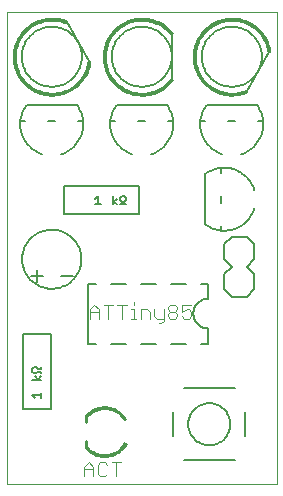
<source format=gto>
G75*
%MOIN*%
%OFA0B0*%
%FSLAX24Y24*%
%IPPOS*%
%LPD*%
%AMOC8*
5,1,8,0,0,1.08239X$1,22.5*
%
%ADD10C,0.0000*%
%ADD11C,0.0040*%
%ADD12C,0.0050*%
%ADD13C,0.0080*%
%ADD14C,0.0010*%
%ADD15C,0.0060*%
%ADD16C,0.0100*%
D10*
X002209Y000150D02*
X002209Y015898D01*
X011208Y015898D01*
X011208Y000150D01*
X002209Y000150D01*
D11*
X004789Y000420D02*
X004789Y000727D01*
X004942Y000880D01*
X005096Y000727D01*
X005096Y000420D01*
X005249Y000497D02*
X005326Y000420D01*
X005479Y000420D01*
X005556Y000497D01*
X005556Y000804D02*
X005479Y000880D01*
X005326Y000880D01*
X005249Y000804D01*
X005249Y000497D01*
X005096Y000650D02*
X004789Y000650D01*
X005710Y000880D02*
X006017Y000880D01*
X005863Y000880D02*
X005863Y000420D01*
X006054Y005670D02*
X006054Y006130D01*
X006207Y006130D02*
X005900Y006130D01*
X005747Y006130D02*
X005440Y006130D01*
X005593Y006130D02*
X005593Y005670D01*
X005286Y005670D02*
X005286Y005977D01*
X005133Y006130D01*
X004979Y005977D01*
X004979Y005670D01*
X004979Y005900D02*
X005286Y005900D01*
X006361Y005977D02*
X006437Y005977D01*
X006437Y005670D01*
X006361Y005670D02*
X006514Y005670D01*
X006668Y005670D02*
X006668Y005977D01*
X006898Y005977D01*
X006975Y005900D01*
X006975Y005670D01*
X007128Y005747D02*
X007205Y005670D01*
X007435Y005670D01*
X007435Y005593D02*
X007358Y005517D01*
X007281Y005517D01*
X007128Y005747D02*
X007128Y005977D01*
X007435Y005977D02*
X007435Y005593D01*
X007588Y005747D02*
X007588Y005823D01*
X007665Y005900D01*
X007819Y005900D01*
X007895Y005823D01*
X007895Y005747D01*
X007819Y005670D01*
X007665Y005670D01*
X007588Y005747D01*
X007665Y005900D02*
X007588Y005977D01*
X007588Y006054D01*
X007665Y006130D01*
X007819Y006130D01*
X007895Y006054D01*
X007895Y005977D01*
X007819Y005900D01*
X008049Y005900D02*
X008049Y006130D01*
X008356Y006130D01*
X008279Y005977D02*
X008356Y005900D01*
X008356Y005747D01*
X008279Y005670D01*
X008125Y005670D01*
X008049Y005747D01*
X008049Y005900D02*
X008202Y005977D01*
X008279Y005977D01*
X006437Y006130D02*
X006437Y006207D01*
D12*
X006678Y006839D02*
X007178Y006839D01*
X007678Y006839D02*
X008178Y006839D01*
X008678Y006839D02*
X008928Y006839D01*
X008928Y006339D01*
X008428Y005839D02*
X008430Y005795D01*
X008436Y005752D01*
X008445Y005710D01*
X008458Y005668D01*
X008475Y005628D01*
X008495Y005589D01*
X008518Y005552D01*
X008545Y005518D01*
X008574Y005485D01*
X008607Y005456D01*
X008641Y005429D01*
X008678Y005406D01*
X008717Y005386D01*
X008757Y005369D01*
X008799Y005356D01*
X008841Y005347D01*
X008884Y005341D01*
X008928Y005339D01*
X008928Y004839D01*
X008678Y004839D01*
X008178Y004839D02*
X007678Y004839D01*
X007178Y004839D02*
X006678Y004839D01*
X006178Y004839D02*
X005678Y004839D01*
X005178Y004839D02*
X004928Y004839D01*
X004928Y006839D01*
X005178Y006839D01*
X005678Y006839D02*
X006178Y006839D01*
X006132Y009474D02*
X006177Y009474D01*
X006132Y009474D02*
X006132Y009564D01*
X006177Y009609D01*
X006177Y009699D01*
X006132Y009744D01*
X006042Y009744D01*
X005997Y009699D01*
X005997Y009609D01*
X006042Y009564D01*
X006042Y009474D01*
X005997Y009474D01*
X005887Y009474D02*
X005752Y009564D01*
X005887Y009654D01*
X005752Y009744D02*
X005752Y009474D01*
X005343Y009474D02*
X005162Y009474D01*
X005253Y009474D02*
X005253Y009744D01*
X005162Y009654D01*
X004019Y011147D02*
X004078Y011167D01*
X004135Y011190D01*
X004192Y011217D01*
X004246Y011248D01*
X004299Y011281D01*
X004349Y011318D01*
X004398Y011357D01*
X004443Y011400D01*
X004487Y011445D01*
X004527Y011492D01*
X004565Y011542D01*
X004600Y011594D01*
X004631Y011648D01*
X004659Y011703D01*
X004684Y011760D01*
X004705Y011819D01*
X004723Y011879D01*
X004738Y011940D01*
X004748Y012001D01*
X004755Y012063D01*
X004759Y012125D01*
X004758Y012188D01*
X004754Y012250D01*
X004755Y012250D02*
X004597Y012250D01*
X004534Y012800D02*
X002885Y012800D01*
X002822Y012250D02*
X002664Y012250D01*
X003597Y012250D02*
X003822Y012250D01*
X004534Y012800D02*
X004569Y012752D01*
X004602Y012702D01*
X004633Y012650D01*
X004660Y012596D01*
X004684Y012541D01*
X004704Y012484D01*
X004722Y012427D01*
X004736Y012369D01*
X004747Y012310D01*
X004754Y012250D01*
X005664Y012250D02*
X005822Y012250D01*
X005885Y012800D02*
X007534Y012800D01*
X007597Y012250D02*
X007755Y012250D01*
X008664Y012250D02*
X008822Y012250D01*
X008885Y012800D02*
X010534Y012800D01*
X010597Y012250D02*
X010755Y012250D01*
X009822Y012250D02*
X009597Y012250D01*
X010534Y012800D02*
X010569Y012752D01*
X010602Y012702D01*
X010633Y012650D01*
X010660Y012596D01*
X010684Y012541D01*
X010704Y012484D01*
X010722Y012427D01*
X010736Y012369D01*
X010747Y012310D01*
X010754Y012250D01*
X010758Y012188D01*
X010759Y012125D01*
X010755Y012063D01*
X010748Y012001D01*
X010738Y011940D01*
X010723Y011879D01*
X010705Y011819D01*
X010684Y011760D01*
X010659Y011703D01*
X010631Y011648D01*
X010600Y011594D01*
X010565Y011542D01*
X010527Y011492D01*
X010487Y011445D01*
X010443Y011400D01*
X010398Y011357D01*
X010349Y011318D01*
X010299Y011281D01*
X010246Y011248D01*
X010192Y011217D01*
X010135Y011190D01*
X010078Y011167D01*
X010019Y011147D01*
X009359Y010695D02*
X009359Y010537D01*
X008809Y010475D02*
X008809Y008825D01*
X009359Y008763D02*
X009359Y008605D01*
X009359Y009537D02*
X009359Y009763D01*
X008809Y010475D02*
X008857Y010510D01*
X008907Y010543D01*
X008959Y010574D01*
X009013Y010601D01*
X009068Y010625D01*
X009125Y010645D01*
X009182Y010663D01*
X009240Y010677D01*
X009299Y010688D01*
X009359Y010695D01*
X010462Y009340D02*
X010442Y009280D01*
X010418Y009221D01*
X010390Y009164D01*
X010359Y009109D01*
X010324Y009055D01*
X010287Y009004D01*
X010246Y008955D01*
X010202Y008909D01*
X010156Y008865D01*
X010107Y008824D01*
X010056Y008786D01*
X010003Y008752D01*
X009947Y008720D01*
X009890Y008693D01*
X009831Y008668D01*
X009771Y008648D01*
X009710Y008630D01*
X009648Y008617D01*
X009585Y008608D01*
X009522Y008602D01*
X009458Y008600D01*
X009394Y008602D01*
X009331Y008608D01*
X009268Y008617D01*
X009206Y008631D01*
X009145Y008648D01*
X009085Y008669D01*
X009026Y008693D01*
X008969Y008721D01*
X008913Y008753D01*
X008860Y008788D01*
X008809Y008825D01*
X009359Y010695D02*
X009421Y010699D01*
X009484Y010700D01*
X009546Y010696D01*
X009608Y010689D01*
X009669Y010679D01*
X009730Y010664D01*
X009790Y010646D01*
X009849Y010625D01*
X009906Y010600D01*
X009961Y010572D01*
X010015Y010541D01*
X010067Y010506D01*
X010117Y010468D01*
X010164Y010428D01*
X010209Y010384D01*
X010252Y010339D01*
X010291Y010290D01*
X010328Y010240D01*
X010361Y010187D01*
X010392Y010133D01*
X010419Y010076D01*
X010442Y010019D01*
X010462Y009960D01*
X009399Y011147D02*
X009339Y011167D01*
X009280Y011191D01*
X009223Y011219D01*
X009168Y011250D01*
X009114Y011285D01*
X009063Y011322D01*
X009014Y011363D01*
X008968Y011407D01*
X008924Y011453D01*
X008883Y011502D01*
X008845Y011553D01*
X008811Y011606D01*
X008779Y011662D01*
X008752Y011719D01*
X008727Y011778D01*
X008707Y011838D01*
X008689Y011899D01*
X008676Y011961D01*
X008667Y012024D01*
X008661Y012087D01*
X008659Y012151D01*
X008661Y012215D01*
X008667Y012278D01*
X008676Y012341D01*
X008690Y012403D01*
X008707Y012464D01*
X008728Y012524D01*
X008752Y012583D01*
X008780Y012640D01*
X008812Y012696D01*
X008847Y012749D01*
X008884Y012800D01*
X006822Y012250D02*
X006597Y012250D01*
X007534Y012800D02*
X007569Y012752D01*
X007602Y012702D01*
X007633Y012650D01*
X007660Y012596D01*
X007684Y012541D01*
X007704Y012484D01*
X007722Y012427D01*
X007736Y012369D01*
X007747Y012310D01*
X007754Y012250D01*
X007758Y012188D01*
X007759Y012125D01*
X007755Y012063D01*
X007748Y012001D01*
X007738Y011940D01*
X007723Y011879D01*
X007705Y011819D01*
X007684Y011760D01*
X007659Y011703D01*
X007631Y011648D01*
X007600Y011594D01*
X007565Y011542D01*
X007527Y011492D01*
X007487Y011445D01*
X007443Y011400D01*
X007398Y011357D01*
X007349Y011318D01*
X007299Y011281D01*
X007246Y011248D01*
X007192Y011217D01*
X007135Y011190D01*
X007078Y011167D01*
X007019Y011147D01*
X006399Y011147D02*
X006339Y011167D01*
X006280Y011191D01*
X006223Y011219D01*
X006168Y011250D01*
X006114Y011285D01*
X006063Y011322D01*
X006014Y011363D01*
X005968Y011407D01*
X005924Y011453D01*
X005883Y011502D01*
X005845Y011553D01*
X005811Y011606D01*
X005779Y011662D01*
X005752Y011719D01*
X005727Y011778D01*
X005707Y011838D01*
X005689Y011899D01*
X005676Y011961D01*
X005667Y012024D01*
X005661Y012087D01*
X005659Y012151D01*
X005661Y012215D01*
X005667Y012278D01*
X005676Y012341D01*
X005690Y012403D01*
X005707Y012464D01*
X005728Y012524D01*
X005752Y012583D01*
X005780Y012640D01*
X005812Y012696D01*
X005847Y012749D01*
X005884Y012800D01*
X003399Y011147D02*
X003339Y011167D01*
X003280Y011191D01*
X003223Y011219D01*
X003168Y011250D01*
X003114Y011285D01*
X003063Y011322D01*
X003014Y011363D01*
X002968Y011407D01*
X002924Y011453D01*
X002883Y011502D01*
X002845Y011553D01*
X002811Y011606D01*
X002779Y011662D01*
X002752Y011719D01*
X002727Y011778D01*
X002707Y011838D01*
X002689Y011899D01*
X002676Y011961D01*
X002667Y012024D01*
X002661Y012087D01*
X002659Y012151D01*
X002661Y012215D01*
X002667Y012278D01*
X002676Y012341D01*
X002690Y012403D01*
X002707Y012464D01*
X002728Y012524D01*
X002752Y012583D01*
X002780Y012640D01*
X002812Y012696D01*
X002847Y012749D01*
X002884Y012800D01*
X008928Y006339D02*
X008884Y006337D01*
X008841Y006331D01*
X008799Y006322D01*
X008757Y006309D01*
X008717Y006292D01*
X008678Y006272D01*
X008641Y006249D01*
X008607Y006222D01*
X008574Y006193D01*
X008545Y006160D01*
X008518Y006126D01*
X008495Y006089D01*
X008475Y006050D01*
X008458Y006010D01*
X008445Y005968D01*
X008436Y005926D01*
X008430Y005883D01*
X008428Y005839D01*
X003334Y004040D02*
X003334Y003995D01*
X003244Y003995D01*
X003199Y004040D01*
X003109Y004040D01*
X003064Y003995D01*
X003064Y003905D01*
X003109Y003860D01*
X003199Y003860D01*
X003244Y003905D01*
X003334Y003905D01*
X003334Y003860D01*
X003334Y003749D02*
X003244Y003614D01*
X003154Y003749D01*
X003064Y003614D02*
X003334Y003614D01*
X003334Y003205D02*
X003334Y003025D01*
X003334Y003115D02*
X003064Y003115D01*
X003154Y003025D01*
D13*
X002737Y002660D02*
X002737Y005140D01*
X003682Y005140D01*
X003682Y002660D01*
X002737Y002660D01*
X003209Y006900D02*
X003209Y007300D01*
X003009Y007100D02*
X003409Y007100D01*
X002725Y007650D02*
X002727Y007712D01*
X002733Y007775D01*
X002743Y007836D01*
X002757Y007897D01*
X002774Y007957D01*
X002795Y008016D01*
X002821Y008073D01*
X002849Y008128D01*
X002881Y008182D01*
X002917Y008233D01*
X002955Y008283D01*
X002997Y008329D01*
X003041Y008373D01*
X003089Y008414D01*
X003138Y008452D01*
X003190Y008486D01*
X003244Y008517D01*
X003300Y008545D01*
X003358Y008569D01*
X003417Y008590D01*
X003477Y008606D01*
X003538Y008619D01*
X003600Y008628D01*
X003662Y008633D01*
X003725Y008634D01*
X003787Y008631D01*
X003849Y008624D01*
X003911Y008613D01*
X003971Y008598D01*
X004031Y008580D01*
X004089Y008558D01*
X004146Y008532D01*
X004201Y008502D01*
X004254Y008469D01*
X004305Y008433D01*
X004353Y008394D01*
X004399Y008351D01*
X004442Y008306D01*
X004482Y008258D01*
X004519Y008208D01*
X004553Y008155D01*
X004584Y008101D01*
X004610Y008045D01*
X004634Y007987D01*
X004653Y007927D01*
X004669Y007867D01*
X004681Y007805D01*
X004689Y007744D01*
X004693Y007681D01*
X004693Y007619D01*
X004689Y007556D01*
X004681Y007495D01*
X004669Y007433D01*
X004653Y007373D01*
X004634Y007313D01*
X004610Y007255D01*
X004584Y007199D01*
X004553Y007145D01*
X004519Y007092D01*
X004482Y007042D01*
X004442Y006994D01*
X004399Y006949D01*
X004353Y006906D01*
X004305Y006867D01*
X004254Y006831D01*
X004201Y006798D01*
X004146Y006768D01*
X004089Y006742D01*
X004031Y006720D01*
X003971Y006702D01*
X003911Y006687D01*
X003849Y006676D01*
X003787Y006669D01*
X003725Y006666D01*
X003662Y006667D01*
X003600Y006672D01*
X003538Y006681D01*
X003477Y006694D01*
X003417Y006710D01*
X003358Y006731D01*
X003300Y006755D01*
X003244Y006783D01*
X003190Y006814D01*
X003138Y006848D01*
X003089Y006886D01*
X003041Y006927D01*
X002997Y006971D01*
X002955Y007017D01*
X002917Y007067D01*
X002881Y007118D01*
X002849Y007172D01*
X002821Y007227D01*
X002795Y007284D01*
X002774Y007343D01*
X002757Y007403D01*
X002743Y007464D01*
X002733Y007525D01*
X002727Y007588D01*
X002725Y007650D01*
X004009Y007100D02*
X004409Y007100D01*
X004127Y009146D02*
X004127Y010091D01*
X006607Y010091D01*
X006607Y009146D01*
X004127Y009146D01*
X007709Y013650D02*
X007709Y015150D01*
X010201Y013250D02*
X010951Y014550D01*
X010209Y008400D02*
X009709Y008400D01*
X009459Y008150D01*
X009459Y007650D01*
X009709Y007400D01*
X009459Y007150D01*
X009459Y006650D01*
X009709Y006400D01*
X010209Y006400D01*
X010459Y006650D01*
X010459Y007150D01*
X010209Y007400D01*
X010459Y007650D01*
X010459Y008150D01*
X010209Y008400D01*
X009809Y003350D02*
X008109Y003350D01*
X007759Y002555D02*
X007759Y001750D01*
X008109Y000950D02*
X009809Y000950D01*
X010159Y001750D02*
X010159Y002543D01*
X008259Y002150D02*
X008261Y002202D01*
X008267Y002254D01*
X008277Y002306D01*
X008290Y002356D01*
X008307Y002406D01*
X008328Y002454D01*
X008353Y002500D01*
X008381Y002544D01*
X008412Y002586D01*
X008446Y002626D01*
X008483Y002663D01*
X008523Y002697D01*
X008565Y002728D01*
X008609Y002756D01*
X008655Y002781D01*
X008703Y002802D01*
X008753Y002819D01*
X008803Y002832D01*
X008855Y002842D01*
X008907Y002848D01*
X008959Y002850D01*
X009011Y002848D01*
X009063Y002842D01*
X009115Y002832D01*
X009165Y002819D01*
X009215Y002802D01*
X009263Y002781D01*
X009309Y002756D01*
X009353Y002728D01*
X009395Y002697D01*
X009435Y002663D01*
X009472Y002626D01*
X009506Y002586D01*
X009537Y002544D01*
X009565Y002500D01*
X009590Y002454D01*
X009611Y002406D01*
X009628Y002356D01*
X009641Y002306D01*
X009651Y002254D01*
X009657Y002202D01*
X009659Y002150D01*
X009657Y002098D01*
X009651Y002046D01*
X009641Y001994D01*
X009628Y001944D01*
X009611Y001894D01*
X009590Y001846D01*
X009565Y001800D01*
X009537Y001756D01*
X009506Y001714D01*
X009472Y001674D01*
X009435Y001637D01*
X009395Y001603D01*
X009353Y001572D01*
X009309Y001544D01*
X009263Y001519D01*
X009215Y001498D01*
X009165Y001481D01*
X009115Y001468D01*
X009063Y001458D01*
X009011Y001452D01*
X008959Y001450D01*
X008907Y001452D01*
X008855Y001458D01*
X008803Y001468D01*
X008753Y001481D01*
X008703Y001498D01*
X008655Y001519D01*
X008609Y001544D01*
X008565Y001572D01*
X008523Y001603D01*
X008483Y001637D01*
X008446Y001674D01*
X008412Y001714D01*
X008381Y001756D01*
X008353Y001800D01*
X008328Y001846D01*
X008307Y001894D01*
X008290Y001944D01*
X008277Y001994D01*
X008267Y002046D01*
X008261Y002098D01*
X008259Y002150D01*
X004951Y014250D02*
X004201Y015550D01*
D14*
X004213Y015592D02*
X004177Y015510D01*
X004178Y015510D02*
X004114Y015535D01*
X004049Y015556D01*
X003983Y015573D01*
X003916Y015587D01*
X003849Y015597D01*
X003781Y015603D01*
X003712Y015605D01*
X003644Y015603D01*
X003576Y015598D01*
X003508Y015588D01*
X003441Y015575D01*
X003375Y015558D01*
X003310Y015537D01*
X003246Y015513D01*
X003184Y015485D01*
X003124Y015453D01*
X003065Y015418D01*
X003008Y015380D01*
X002954Y015339D01*
X002902Y015295D01*
X002852Y015247D01*
X002806Y015198D01*
X002762Y015145D01*
X002721Y015090D01*
X002684Y015033D01*
X002650Y014974D01*
X002619Y014913D01*
X002591Y014851D01*
X002568Y014787D01*
X002548Y014721D01*
X002531Y014655D01*
X002519Y014588D01*
X002510Y014520D01*
X002505Y014452D01*
X002504Y014384D01*
X002507Y014316D01*
X002514Y014248D01*
X002524Y014180D01*
X002539Y014113D01*
X002557Y014047D01*
X002579Y013983D01*
X002604Y013919D01*
X002633Y013858D01*
X002665Y013798D01*
X002701Y013739D01*
X002740Y013683D01*
X002782Y013630D01*
X002828Y013578D01*
X002876Y013530D01*
X002926Y013484D01*
X002979Y013441D01*
X003035Y013401D01*
X003092Y013365D01*
X003152Y013331D01*
X003214Y013302D01*
X003277Y013275D01*
X003341Y013253D01*
X003407Y013234D01*
X003473Y013218D01*
X003540Y013207D01*
X003608Y013199D01*
X003677Y013195D01*
X003745Y013196D01*
X003813Y013199D01*
X003881Y013207D01*
X003948Y013219D01*
X004015Y013234D01*
X004080Y013254D01*
X004145Y013276D01*
X004207Y013303D01*
X004269Y013333D01*
X004328Y013366D01*
X004386Y013403D01*
X004441Y013443D01*
X004494Y013486D01*
X004545Y013532D01*
X004593Y013581D01*
X004638Y013632D01*
X004680Y013686D01*
X004719Y013742D01*
X004754Y013800D01*
X004787Y013861D01*
X004815Y013922D01*
X004841Y013986D01*
X004862Y014051D01*
X004880Y014117D01*
X004894Y014183D01*
X004905Y014251D01*
X004994Y014241D01*
X004994Y014240D01*
X004983Y014170D01*
X004969Y014100D01*
X004951Y014032D01*
X004929Y013964D01*
X004903Y013898D01*
X004874Y013834D01*
X004841Y013771D01*
X004805Y013710D01*
X004765Y013651D01*
X004722Y013594D01*
X004677Y013540D01*
X004628Y013488D01*
X004577Y013439D01*
X004523Y013393D01*
X004466Y013350D01*
X004408Y013310D01*
X004347Y013273D01*
X004284Y013240D01*
X004220Y013210D01*
X004154Y013184D01*
X004087Y013161D01*
X004018Y013142D01*
X003949Y013127D01*
X003879Y013116D01*
X003808Y013109D01*
X003737Y013105D01*
X003666Y013106D01*
X003595Y013110D01*
X003525Y013118D01*
X003455Y013130D01*
X003386Y013146D01*
X003317Y013166D01*
X003250Y013189D01*
X003185Y013216D01*
X003121Y013246D01*
X003058Y013280D01*
X002998Y013318D01*
X002940Y013358D01*
X002884Y013402D01*
X002830Y013449D01*
X002780Y013498D01*
X002732Y013551D01*
X002686Y013605D01*
X002644Y013663D01*
X002606Y013722D01*
X002570Y013783D01*
X002538Y013847D01*
X002510Y013912D01*
X002485Y013978D01*
X002463Y014046D01*
X002446Y014115D01*
X002432Y014184D01*
X002422Y014255D01*
X002416Y014325D01*
X002414Y014396D01*
X002416Y014467D01*
X002421Y014538D01*
X002431Y014608D01*
X002444Y014678D01*
X002461Y014747D01*
X002482Y014815D01*
X002507Y014881D01*
X002535Y014947D01*
X002567Y015010D01*
X002602Y015072D01*
X002640Y015131D01*
X002682Y015189D01*
X002727Y015244D01*
X002774Y015296D01*
X002825Y015346D01*
X002878Y015393D01*
X002934Y015437D01*
X002992Y015478D01*
X003052Y015516D01*
X003114Y015550D01*
X003178Y015581D01*
X003244Y015608D01*
X003310Y015632D01*
X003379Y015652D01*
X003448Y015668D01*
X003518Y015681D01*
X003588Y015689D01*
X003659Y015694D01*
X003730Y015695D01*
X003801Y015692D01*
X003871Y015685D01*
X003942Y015674D01*
X004011Y015659D01*
X004080Y015641D01*
X004147Y015619D01*
X004213Y015593D01*
X004210Y015585D01*
X004143Y015610D01*
X004075Y015633D01*
X004007Y015651D01*
X003937Y015666D01*
X003866Y015676D01*
X003795Y015683D01*
X003724Y015686D01*
X003653Y015685D01*
X003582Y015680D01*
X003511Y015671D01*
X003441Y015658D01*
X003372Y015641D01*
X003304Y015620D01*
X003237Y015596D01*
X003171Y015568D01*
X003107Y015536D01*
X003045Y015501D01*
X002985Y015463D01*
X002927Y015421D01*
X002872Y015376D01*
X002819Y015328D01*
X002769Y015278D01*
X002722Y015224D01*
X002678Y015168D01*
X002637Y015110D01*
X002599Y015050D01*
X002565Y014987D01*
X002534Y014923D01*
X002507Y014857D01*
X002483Y014790D01*
X002464Y014721D01*
X002448Y014652D01*
X002436Y014581D01*
X002428Y014511D01*
X002424Y014439D01*
X002423Y014368D01*
X002427Y014297D01*
X002435Y014226D01*
X002446Y014156D01*
X002462Y014086D01*
X002481Y014018D01*
X002504Y013950D01*
X002531Y013884D01*
X002561Y013820D01*
X002595Y013757D01*
X002633Y013696D01*
X002673Y013638D01*
X002717Y013582D01*
X002764Y013528D01*
X002814Y013477D01*
X002866Y013429D01*
X002921Y013383D01*
X002979Y013341D01*
X003039Y013303D01*
X003100Y013267D01*
X003164Y013235D01*
X003230Y013207D01*
X003296Y013182D01*
X003364Y013161D01*
X003434Y013144D01*
X003504Y013131D01*
X003574Y013121D01*
X003645Y013116D01*
X003717Y013114D01*
X003788Y013116D01*
X003859Y013123D01*
X003929Y013133D01*
X003999Y013147D01*
X004068Y013165D01*
X004136Y013187D01*
X004203Y013212D01*
X004268Y013242D01*
X004331Y013274D01*
X004392Y013311D01*
X004452Y013350D01*
X004509Y013393D01*
X004563Y013439D01*
X004615Y013487D01*
X004664Y013539D01*
X004711Y013593D01*
X004754Y013650D01*
X004794Y013709D01*
X004830Y013770D01*
X004863Y013833D01*
X004893Y013898D01*
X004919Y013964D01*
X004941Y014032D01*
X004960Y014101D01*
X004974Y014171D01*
X004985Y014241D01*
X004976Y014242D01*
X004966Y014172D01*
X004951Y014103D01*
X004933Y014035D01*
X004911Y013967D01*
X004885Y013902D01*
X004855Y013837D01*
X004822Y013775D01*
X004786Y013714D01*
X004746Y013655D01*
X004704Y013599D01*
X004658Y013545D01*
X004609Y013494D01*
X004557Y013445D01*
X004503Y013400D01*
X004446Y013357D01*
X004387Y013318D01*
X004327Y013282D01*
X004264Y013250D01*
X004199Y013221D01*
X004133Y013195D01*
X004066Y013174D01*
X003997Y013156D01*
X003928Y013142D01*
X003858Y013132D01*
X003787Y013125D01*
X003717Y013123D01*
X003646Y013125D01*
X003575Y013130D01*
X003505Y013139D01*
X003436Y013153D01*
X003367Y013170D01*
X003299Y013191D01*
X003233Y013215D01*
X003168Y013243D01*
X003105Y013275D01*
X003043Y013310D01*
X002984Y013349D01*
X002927Y013391D01*
X002872Y013435D01*
X002820Y013483D01*
X002771Y013534D01*
X002724Y013587D01*
X002681Y013643D01*
X002640Y013701D01*
X002603Y013762D01*
X002569Y013824D01*
X002539Y013888D01*
X002513Y013953D01*
X002490Y014020D01*
X002471Y014088D01*
X002455Y014158D01*
X002444Y014227D01*
X002436Y014298D01*
X002432Y014368D01*
X002433Y014439D01*
X002437Y014510D01*
X002445Y014580D01*
X002457Y014650D01*
X002472Y014719D01*
X002492Y014787D01*
X002515Y014854D01*
X002542Y014919D01*
X002573Y014983D01*
X002607Y015045D01*
X002644Y015105D01*
X002685Y015163D01*
X002729Y015219D01*
X002776Y015272D01*
X002825Y015322D01*
X002878Y015369D01*
X002933Y015414D01*
X002990Y015455D01*
X003050Y015494D01*
X003111Y015529D01*
X003175Y015560D01*
X003240Y015588D01*
X003306Y015612D01*
X003374Y015632D01*
X003443Y015649D01*
X003513Y015662D01*
X003583Y015671D01*
X003653Y015676D01*
X003724Y015677D01*
X003795Y015674D01*
X003865Y015667D01*
X003935Y015657D01*
X004004Y015642D01*
X004073Y015624D01*
X004140Y015602D01*
X004206Y015576D01*
X004202Y015568D01*
X004136Y015594D01*
X004069Y015616D01*
X004000Y015634D01*
X003930Y015649D01*
X003860Y015659D01*
X003789Y015665D01*
X003718Y015668D01*
X003647Y015667D01*
X003577Y015661D01*
X003506Y015652D01*
X003436Y015638D01*
X003367Y015621D01*
X003299Y015600D01*
X003233Y015575D01*
X003168Y015547D01*
X003104Y015515D01*
X003043Y015479D01*
X002984Y015440D01*
X002926Y015398D01*
X002872Y015352D01*
X002820Y015304D01*
X002770Y015253D01*
X002724Y015199D01*
X002681Y015142D01*
X002641Y015084D01*
X002604Y015023D01*
X002571Y014960D01*
X002542Y014895D01*
X002516Y014829D01*
X002494Y014761D01*
X002475Y014693D01*
X002461Y014623D01*
X002450Y014553D01*
X002444Y014482D01*
X002441Y014411D01*
X002442Y014340D01*
X002448Y014269D01*
X002457Y014199D01*
X002470Y014129D01*
X002487Y014060D01*
X002508Y013992D01*
X002533Y013926D01*
X002562Y013860D01*
X002594Y013797D01*
X002629Y013735D01*
X002668Y013676D01*
X002710Y013619D01*
X002756Y013564D01*
X002804Y013512D01*
X002855Y013463D01*
X002909Y013416D01*
X002965Y013373D01*
X003024Y013333D01*
X003085Y013296D01*
X003148Y013263D01*
X003212Y013233D01*
X003278Y013207D01*
X003346Y013185D01*
X003414Y013167D01*
X003484Y013152D01*
X003554Y013141D01*
X003625Y013135D01*
X003696Y013132D01*
X003767Y013133D01*
X003838Y013139D01*
X003908Y013148D01*
X003978Y013161D01*
X004047Y013178D01*
X004115Y013199D01*
X004182Y013223D01*
X004247Y013252D01*
X004310Y013284D01*
X004372Y013319D01*
X004431Y013358D01*
X004489Y013400D01*
X004543Y013445D01*
X004596Y013494D01*
X004645Y013545D01*
X004692Y013598D01*
X004735Y013655D01*
X004775Y013713D01*
X004812Y013774D01*
X004845Y013837D01*
X004875Y013901D01*
X004901Y013968D01*
X004923Y014035D01*
X004942Y014104D01*
X004957Y014173D01*
X004967Y014243D01*
X004958Y014244D01*
X004948Y014175D01*
X004933Y014106D01*
X004915Y014038D01*
X004893Y013971D01*
X004867Y013905D01*
X004837Y013841D01*
X004804Y013779D01*
X004767Y013718D01*
X004728Y013660D01*
X004685Y013604D01*
X004638Y013551D01*
X004589Y013500D01*
X004538Y013452D01*
X004483Y013407D01*
X004426Y013365D01*
X004367Y013327D01*
X004306Y013292D01*
X004243Y013260D01*
X004178Y013232D01*
X004112Y013207D01*
X004045Y013187D01*
X003976Y013170D01*
X003907Y013157D01*
X003837Y013148D01*
X003767Y013142D01*
X003696Y013141D01*
X003626Y013144D01*
X003555Y013150D01*
X003486Y013161D01*
X003416Y013175D01*
X003348Y013194D01*
X003281Y013216D01*
X003216Y013242D01*
X003152Y013271D01*
X003089Y013304D01*
X003029Y013341D01*
X002970Y013380D01*
X002915Y013423D01*
X002861Y013469D01*
X002810Y013518D01*
X002762Y013570D01*
X002717Y013624D01*
X002675Y013681D01*
X002637Y013740D01*
X002601Y013801D01*
X002570Y013864D01*
X002541Y013929D01*
X002517Y013995D01*
X002496Y014063D01*
X002479Y014131D01*
X002466Y014200D01*
X002457Y014270D01*
X002451Y014341D01*
X002450Y014411D01*
X002453Y014482D01*
X002459Y014552D01*
X002470Y014622D01*
X002484Y014691D01*
X002502Y014759D01*
X002524Y014826D01*
X002550Y014892D01*
X002579Y014956D01*
X002612Y015018D01*
X002649Y015079D01*
X002688Y015137D01*
X002731Y015193D01*
X002777Y015247D01*
X002826Y015297D01*
X002878Y015346D01*
X002932Y015391D01*
X002989Y015433D01*
X003048Y015471D01*
X003109Y015507D01*
X003172Y015539D01*
X003236Y015567D01*
X003302Y015592D01*
X003370Y015612D01*
X003438Y015630D01*
X003507Y015643D01*
X003577Y015652D01*
X003648Y015658D01*
X003718Y015659D01*
X003789Y015656D01*
X003859Y015650D01*
X003929Y015640D01*
X003998Y015625D01*
X004066Y015607D01*
X004133Y015585D01*
X004199Y015560D01*
X004195Y015551D01*
X004130Y015577D01*
X004064Y015599D01*
X003996Y015617D01*
X003927Y015631D01*
X003858Y015641D01*
X003788Y015647D01*
X003718Y015650D01*
X003648Y015649D01*
X003578Y015643D01*
X003509Y015634D01*
X003440Y015621D01*
X003372Y015604D01*
X003305Y015583D01*
X003240Y015559D01*
X003175Y015530D01*
X003113Y015499D01*
X003052Y015464D01*
X002994Y015425D01*
X002937Y015383D01*
X002884Y015339D01*
X002832Y015291D01*
X002784Y015241D01*
X002738Y015187D01*
X002696Y015132D01*
X002656Y015074D01*
X002620Y015014D01*
X002587Y014952D01*
X002558Y014888D01*
X002533Y014823D01*
X002511Y014756D01*
X002493Y014689D01*
X002479Y014620D01*
X002468Y014551D01*
X002462Y014481D01*
X002459Y014411D01*
X002460Y014341D01*
X002466Y014271D01*
X002475Y014202D01*
X002488Y014133D01*
X002505Y014065D01*
X002525Y013998D01*
X002550Y013932D01*
X002578Y013868D01*
X002609Y013806D01*
X002644Y013745D01*
X002683Y013686D01*
X002724Y013630D01*
X002769Y013576D01*
X002817Y013525D01*
X002867Y013476D01*
X002920Y013430D01*
X002976Y013388D01*
X003034Y013348D01*
X003094Y013312D01*
X003156Y013279D01*
X003219Y013250D01*
X003284Y013224D01*
X003351Y013202D01*
X003419Y013184D01*
X003487Y013170D01*
X003556Y013159D01*
X003626Y013153D01*
X003696Y013150D01*
X003766Y013151D01*
X003836Y013156D01*
X003905Y013166D01*
X003974Y013178D01*
X004042Y013195D01*
X004109Y013216D01*
X004175Y013240D01*
X004239Y013268D01*
X004302Y013300D01*
X004363Y013334D01*
X004421Y013373D01*
X004478Y013414D01*
X004532Y013459D01*
X004583Y013506D01*
X004632Y013557D01*
X004678Y013610D01*
X004720Y013665D01*
X004760Y013723D01*
X004796Y013783D01*
X004829Y013845D01*
X004858Y013908D01*
X004884Y013974D01*
X004906Y014040D01*
X004924Y014108D01*
X004939Y014176D01*
X004949Y014246D01*
X004940Y014247D01*
X004930Y014178D01*
X004916Y014110D01*
X004897Y014043D01*
X004876Y013977D01*
X004850Y013912D01*
X004821Y013849D01*
X004788Y013787D01*
X004752Y013728D01*
X004713Y013671D01*
X004671Y013615D01*
X004625Y013563D01*
X004577Y013513D01*
X004526Y013466D01*
X004472Y013421D01*
X004416Y013380D01*
X004358Y013342D01*
X004298Y013307D01*
X004235Y013276D01*
X004172Y013248D01*
X004106Y013224D01*
X004040Y013204D01*
X003972Y013187D01*
X003904Y013174D01*
X003835Y013165D01*
X003766Y013160D01*
X003696Y013159D01*
X003627Y013162D01*
X003557Y013168D01*
X003489Y013179D01*
X003421Y013193D01*
X003353Y013211D01*
X003287Y013233D01*
X003223Y013258D01*
X003159Y013287D01*
X003098Y013320D01*
X003038Y013356D01*
X002981Y013395D01*
X002926Y013437D01*
X002873Y013483D01*
X002823Y013531D01*
X002776Y013582D01*
X002731Y013635D01*
X002690Y013691D01*
X002652Y013750D01*
X002617Y013810D01*
X002586Y013872D01*
X002558Y013936D01*
X002534Y014001D01*
X002513Y014067D01*
X002497Y014135D01*
X002484Y014203D01*
X002475Y014272D01*
X002469Y014341D01*
X002468Y014411D01*
X002471Y014480D01*
X002477Y014550D01*
X002487Y014618D01*
X002502Y014687D01*
X002519Y014754D01*
X002541Y014820D01*
X002567Y014885D01*
X002595Y014948D01*
X002628Y015009D01*
X002664Y015069D01*
X002703Y015126D01*
X002745Y015182D01*
X002790Y015234D01*
X002839Y015285D01*
X002890Y015332D01*
X002943Y015376D01*
X002999Y015418D01*
X003057Y015456D01*
X003117Y015491D01*
X003179Y015522D01*
X003243Y015550D01*
X003308Y015574D01*
X003375Y015595D01*
X003442Y015612D01*
X003510Y015625D01*
X003579Y015634D01*
X003649Y015640D01*
X003718Y015641D01*
X003788Y015639D01*
X003857Y015632D01*
X003926Y015622D01*
X003994Y015608D01*
X004061Y015590D01*
X004127Y015568D01*
X004192Y015543D01*
X004188Y015535D01*
X004124Y015560D01*
X004058Y015581D01*
X003992Y015599D01*
X003924Y015613D01*
X003856Y015623D01*
X003787Y015630D01*
X003718Y015632D01*
X003649Y015631D01*
X003580Y015625D01*
X003512Y015616D01*
X003444Y015603D01*
X003377Y015586D01*
X003311Y015566D01*
X003246Y015542D01*
X003183Y015514D01*
X003121Y015483D01*
X003062Y015448D01*
X003004Y015410D01*
X002949Y015369D01*
X002895Y015325D01*
X002845Y015278D01*
X002797Y015228D01*
X002752Y015176D01*
X002710Y015121D01*
X002671Y015064D01*
X002636Y015005D01*
X002604Y014944D01*
X002575Y014881D01*
X002550Y014817D01*
X002528Y014751D01*
X002510Y014684D01*
X002496Y014617D01*
X002486Y014549D01*
X002480Y014480D01*
X002477Y014411D01*
X002478Y014342D01*
X002484Y014273D01*
X002493Y014205D01*
X002505Y014137D01*
X002522Y014070D01*
X002542Y014004D01*
X002566Y013939D01*
X002594Y013876D01*
X002625Y013814D01*
X002660Y013754D01*
X002698Y013697D01*
X002739Y013641D01*
X002783Y013588D01*
X002830Y013537D01*
X002879Y013489D01*
X002932Y013444D01*
X002986Y013402D01*
X003043Y013363D01*
X003102Y013328D01*
X003163Y013295D01*
X003226Y013267D01*
X003290Y013241D01*
X003356Y013220D01*
X003423Y013202D01*
X003490Y013188D01*
X003559Y013177D01*
X003627Y013171D01*
X003696Y013168D01*
X003765Y013169D01*
X003834Y013174D01*
X003903Y013183D01*
X003970Y013196D01*
X004037Y013213D01*
X004103Y013233D01*
X004168Y013257D01*
X004232Y013284D01*
X004293Y013315D01*
X004353Y013350D01*
X004411Y013387D01*
X004466Y013428D01*
X004520Y013472D01*
X004570Y013519D01*
X004618Y013569D01*
X004664Y013621D01*
X004706Y013676D01*
X004745Y013733D01*
X004780Y013792D01*
X004813Y013853D01*
X004842Y013915D01*
X004867Y013980D01*
X004889Y014045D01*
X004907Y014112D01*
X004921Y014179D01*
X004932Y014248D01*
X004923Y014249D01*
X004912Y014180D01*
X004898Y014112D01*
X004880Y014046D01*
X004858Y013980D01*
X004832Y013915D01*
X004803Y013853D01*
X004770Y013792D01*
X004734Y013732D01*
X004694Y013675D01*
X004652Y013621D01*
X004606Y013569D01*
X004557Y013519D01*
X004506Y013472D01*
X004452Y013429D01*
X004396Y013388D01*
X004338Y013351D01*
X004277Y013317D01*
X004215Y013287D01*
X004151Y013260D01*
X004086Y013236D01*
X004019Y013217D01*
X003952Y013201D01*
X003883Y013190D01*
X003815Y013182D01*
X003745Y013178D01*
X003676Y013177D01*
X003607Y013181D01*
X003538Y013189D01*
X003470Y013201D01*
X003402Y013216D01*
X003336Y013235D01*
X003270Y013258D01*
X003206Y013285D01*
X003144Y013315D01*
X003083Y013349D01*
X003025Y013386D01*
X002968Y013427D01*
X002914Y013470D01*
X002863Y013517D01*
X002814Y013566D01*
X002769Y013618D01*
X002726Y013673D01*
X002686Y013729D01*
X002650Y013789D01*
X002617Y013849D01*
X002587Y013912D01*
X002562Y013977D01*
X002539Y014042D01*
X002521Y014109D01*
X002507Y014177D01*
X002496Y014245D01*
X002489Y014314D01*
X002486Y014384D01*
X002487Y014453D01*
X002492Y014522D01*
X002501Y014591D01*
X002514Y014659D01*
X002530Y014726D01*
X002551Y014792D01*
X002575Y014857D01*
X002602Y014921D01*
X002634Y014983D01*
X002669Y015043D01*
X002707Y015101D01*
X002748Y015156D01*
X002792Y015210D01*
X002840Y015260D01*
X002890Y015308D01*
X002943Y015353D01*
X002998Y015395D01*
X003055Y015434D01*
X003115Y015469D01*
X003176Y015501D01*
X003240Y015529D01*
X003304Y015554D01*
X003370Y015575D01*
X003437Y015592D01*
X003505Y015606D01*
X003574Y015616D01*
X003643Y015621D01*
X003712Y015623D01*
X003782Y015621D01*
X003851Y015615D01*
X003919Y015605D01*
X003987Y015591D01*
X004054Y015573D01*
X004120Y015552D01*
X004185Y015527D01*
X004181Y015518D01*
X004117Y015543D01*
X004052Y015565D01*
X003985Y015582D01*
X003918Y015596D01*
X003850Y015606D01*
X003781Y015612D01*
X003712Y015614D01*
X003644Y015612D01*
X003575Y015607D01*
X003507Y015597D01*
X003439Y015584D01*
X003373Y015567D01*
X003307Y015546D01*
X003243Y015521D01*
X003180Y015493D01*
X003119Y015461D01*
X003060Y015426D01*
X003003Y015388D01*
X002948Y015346D01*
X002896Y015301D01*
X002846Y015254D01*
X002799Y015204D01*
X002755Y015151D01*
X002714Y015095D01*
X002676Y015038D01*
X002642Y014978D01*
X002611Y014917D01*
X002583Y014854D01*
X002559Y014790D01*
X002539Y014724D01*
X002523Y014657D01*
X002510Y014589D01*
X002501Y014521D01*
X002496Y014452D01*
X002495Y014384D01*
X002498Y014315D01*
X002505Y014246D01*
X002515Y014178D01*
X002530Y014111D01*
X002548Y014045D01*
X002570Y013980D01*
X002596Y013916D01*
X002625Y013854D01*
X002658Y013793D01*
X002694Y013734D01*
X002733Y013678D01*
X002776Y013624D01*
X002821Y013572D01*
X002869Y013523D01*
X002920Y013477D01*
X002974Y013434D01*
X003030Y013394D01*
X003088Y013357D01*
X003148Y013323D01*
X003210Y013293D01*
X003273Y013267D01*
X003338Y013244D01*
X003404Y013225D01*
X003471Y013209D01*
X003539Y013198D01*
X003608Y013190D01*
X003676Y013186D01*
X003745Y013187D01*
X003814Y013191D01*
X003882Y013198D01*
X003950Y013210D01*
X004017Y013226D01*
X004083Y013245D01*
X004148Y013268D01*
X004211Y013295D01*
X004273Y013325D01*
X004333Y013359D01*
X004391Y013396D01*
X004447Y013436D01*
X004500Y013479D01*
X004551Y013526D01*
X004599Y013575D01*
X004645Y013626D01*
X004687Y013681D01*
X004726Y013737D01*
X004762Y013796D01*
X004795Y013857D01*
X004824Y013919D01*
X004849Y013983D01*
X004871Y014048D01*
X004889Y014115D01*
X004903Y014182D01*
X004914Y014250D01*
X007741Y015180D02*
X007669Y015126D01*
X007670Y015127D02*
X007627Y015180D01*
X007582Y015231D01*
X007533Y015279D01*
X007482Y015324D01*
X007428Y015367D01*
X007372Y015406D01*
X007314Y015442D01*
X007254Y015475D01*
X007193Y015504D01*
X007129Y015529D01*
X007065Y015551D01*
X006999Y015570D01*
X006932Y015584D01*
X006865Y015595D01*
X006797Y015602D01*
X006729Y015605D01*
X006660Y015604D01*
X006592Y015599D01*
X006524Y015591D01*
X006457Y015578D01*
X006391Y015562D01*
X006326Y015542D01*
X006261Y015519D01*
X006199Y015492D01*
X006138Y015461D01*
X006079Y015427D01*
X006021Y015390D01*
X005966Y015349D01*
X005914Y015305D01*
X005864Y015259D01*
X005817Y015210D01*
X005772Y015158D01*
X005731Y015104D01*
X005692Y015047D01*
X005657Y014988D01*
X005626Y014928D01*
X005598Y014866D01*
X005573Y014802D01*
X005552Y014737D01*
X005535Y014671D01*
X005521Y014604D01*
X005512Y014536D01*
X005506Y014468D01*
X005504Y014400D01*
X005506Y014332D01*
X005512Y014264D01*
X005521Y014196D01*
X005535Y014129D01*
X005552Y014063D01*
X005573Y013998D01*
X005598Y013934D01*
X005626Y013872D01*
X005657Y013812D01*
X005692Y013753D01*
X005731Y013696D01*
X005772Y013642D01*
X005817Y013590D01*
X005864Y013541D01*
X005914Y013495D01*
X005966Y013451D01*
X006021Y013410D01*
X006079Y013373D01*
X006138Y013339D01*
X006199Y013308D01*
X006261Y013281D01*
X006326Y013258D01*
X006391Y013238D01*
X006457Y013222D01*
X006524Y013209D01*
X006592Y013201D01*
X006660Y013196D01*
X006729Y013195D01*
X006797Y013198D01*
X006865Y013205D01*
X006932Y013216D01*
X006999Y013230D01*
X007065Y013249D01*
X007129Y013271D01*
X007193Y013296D01*
X007254Y013325D01*
X007314Y013358D01*
X007372Y013394D01*
X007428Y013433D01*
X007482Y013476D01*
X007533Y013521D01*
X007582Y013569D01*
X007627Y013620D01*
X007670Y013673D01*
X007741Y013620D01*
X007742Y013619D01*
X007698Y013564D01*
X007650Y013511D01*
X007600Y013460D01*
X007547Y013413D01*
X007492Y013369D01*
X007434Y013327D01*
X007374Y013289D01*
X007313Y013254D01*
X007249Y013223D01*
X007184Y013195D01*
X007117Y013171D01*
X007049Y013150D01*
X006980Y013134D01*
X006910Y013121D01*
X006840Y013112D01*
X006769Y013106D01*
X006698Y013105D01*
X006627Y013108D01*
X006556Y013114D01*
X006486Y013124D01*
X006417Y013138D01*
X006348Y013156D01*
X006280Y013178D01*
X006214Y013203D01*
X006149Y013232D01*
X006086Y013265D01*
X006025Y013301D01*
X005966Y013340D01*
X005909Y013382D01*
X005854Y013427D01*
X005802Y013476D01*
X005753Y013527D01*
X005706Y013580D01*
X005663Y013637D01*
X005623Y013695D01*
X005586Y013756D01*
X005552Y013818D01*
X005522Y013882D01*
X005495Y013948D01*
X005472Y014015D01*
X005453Y014084D01*
X005438Y014153D01*
X005426Y014223D01*
X005418Y014294D01*
X005414Y014365D01*
X005414Y014435D01*
X005418Y014506D01*
X005426Y014577D01*
X005438Y014647D01*
X005453Y014716D01*
X005472Y014785D01*
X005495Y014852D01*
X005522Y014918D01*
X005552Y014982D01*
X005586Y015044D01*
X005623Y015105D01*
X005663Y015163D01*
X005706Y015220D01*
X005753Y015273D01*
X005802Y015324D01*
X005854Y015373D01*
X005909Y015418D01*
X005966Y015460D01*
X006025Y015499D01*
X006086Y015535D01*
X006149Y015568D01*
X006214Y015597D01*
X006280Y015622D01*
X006348Y015644D01*
X006417Y015662D01*
X006486Y015676D01*
X006556Y015686D01*
X006627Y015692D01*
X006698Y015695D01*
X006769Y015694D01*
X006840Y015688D01*
X006910Y015679D01*
X006980Y015666D01*
X007049Y015650D01*
X007117Y015629D01*
X007184Y015605D01*
X007249Y015577D01*
X007313Y015546D01*
X007374Y015511D01*
X007434Y015473D01*
X007492Y015431D01*
X007547Y015387D01*
X007600Y015340D01*
X007650Y015289D01*
X007698Y015236D01*
X007742Y015181D01*
X007735Y015176D01*
X007690Y015231D01*
X007643Y015284D01*
X007592Y015335D01*
X007539Y015382D01*
X007483Y015427D01*
X007425Y015468D01*
X007365Y015506D01*
X007303Y015541D01*
X007239Y015572D01*
X007173Y015599D01*
X007106Y015623D01*
X007037Y015643D01*
X006968Y015660D01*
X006898Y015672D01*
X006827Y015681D01*
X006756Y015685D01*
X006685Y015686D01*
X006614Y015682D01*
X006543Y015675D01*
X006472Y015664D01*
X006403Y015649D01*
X006334Y015630D01*
X006266Y015607D01*
X006200Y015581D01*
X006135Y015551D01*
X006073Y015517D01*
X006012Y015481D01*
X005953Y015440D01*
X005896Y015397D01*
X005842Y015350D01*
X005791Y015301D01*
X005743Y015248D01*
X005697Y015194D01*
X005655Y015136D01*
X005616Y015077D01*
X005580Y015015D01*
X005547Y014952D01*
X005519Y014887D01*
X005493Y014820D01*
X005472Y014752D01*
X005454Y014683D01*
X005441Y014613D01*
X005431Y014542D01*
X005425Y014471D01*
X005423Y014400D01*
X005425Y014329D01*
X005431Y014258D01*
X005441Y014187D01*
X005454Y014117D01*
X005472Y014048D01*
X005493Y013980D01*
X005519Y013913D01*
X005547Y013848D01*
X005580Y013785D01*
X005616Y013723D01*
X005655Y013664D01*
X005697Y013606D01*
X005743Y013552D01*
X005791Y013499D01*
X005842Y013450D01*
X005896Y013403D01*
X005953Y013360D01*
X006012Y013319D01*
X006073Y013283D01*
X006135Y013249D01*
X006200Y013219D01*
X006266Y013193D01*
X006334Y013170D01*
X006403Y013151D01*
X006472Y013136D01*
X006543Y013125D01*
X006614Y013118D01*
X006685Y013114D01*
X006756Y013115D01*
X006827Y013119D01*
X006898Y013128D01*
X006968Y013140D01*
X007037Y013157D01*
X007106Y013177D01*
X007173Y013201D01*
X007239Y013228D01*
X007303Y013259D01*
X007365Y013294D01*
X007425Y013332D01*
X007483Y013373D01*
X007539Y013418D01*
X007592Y013465D01*
X007643Y013516D01*
X007690Y013569D01*
X007735Y013624D01*
X007728Y013630D01*
X007683Y013575D01*
X007636Y013522D01*
X007586Y013472D01*
X007533Y013425D01*
X007478Y013381D01*
X007420Y013339D01*
X007361Y013302D01*
X007299Y013267D01*
X007235Y013236D01*
X007170Y013209D01*
X007103Y013185D01*
X007035Y013165D01*
X006966Y013149D01*
X006897Y013137D01*
X006826Y013128D01*
X006756Y013124D01*
X006685Y013123D01*
X006614Y013127D01*
X006544Y013134D01*
X006474Y013145D01*
X006405Y013160D01*
X006337Y013179D01*
X006269Y013201D01*
X006204Y013227D01*
X006139Y013257D01*
X006077Y013290D01*
X006017Y013327D01*
X005958Y013367D01*
X005902Y013410D01*
X005848Y013456D01*
X005798Y013506D01*
X005749Y013557D01*
X005704Y013612D01*
X005662Y013669D01*
X005623Y013728D01*
X005588Y013789D01*
X005555Y013852D01*
X005527Y013917D01*
X005502Y013983D01*
X005481Y014051D01*
X005463Y014119D01*
X005450Y014189D01*
X005440Y014259D01*
X005434Y014329D01*
X005432Y014400D01*
X005434Y014471D01*
X005440Y014541D01*
X005450Y014611D01*
X005463Y014681D01*
X005481Y014749D01*
X005502Y014817D01*
X005527Y014883D01*
X005555Y014948D01*
X005588Y015011D01*
X005623Y015072D01*
X005662Y015131D01*
X005704Y015188D01*
X005749Y015243D01*
X005798Y015294D01*
X005848Y015344D01*
X005902Y015390D01*
X005958Y015433D01*
X006017Y015473D01*
X006077Y015510D01*
X006139Y015543D01*
X006204Y015573D01*
X006269Y015599D01*
X006337Y015621D01*
X006405Y015640D01*
X006474Y015655D01*
X006544Y015666D01*
X006614Y015673D01*
X006685Y015677D01*
X006756Y015676D01*
X006826Y015672D01*
X006897Y015663D01*
X006966Y015651D01*
X007035Y015635D01*
X007103Y015615D01*
X007170Y015591D01*
X007235Y015564D01*
X007299Y015533D01*
X007361Y015498D01*
X007420Y015461D01*
X007478Y015419D01*
X007533Y015375D01*
X007586Y015328D01*
X007636Y015278D01*
X007683Y015225D01*
X007728Y015170D01*
X007720Y015165D01*
X007676Y015220D01*
X007628Y015273D01*
X007578Y015323D01*
X007525Y015371D01*
X007469Y015415D01*
X007411Y015456D01*
X007351Y015493D01*
X007289Y015528D01*
X007225Y015558D01*
X007159Y015585D01*
X007092Y015609D01*
X007024Y015628D01*
X006954Y015644D01*
X006884Y015656D01*
X006814Y015664D01*
X006743Y015668D01*
X006672Y015667D01*
X006601Y015663D01*
X006530Y015655D01*
X006460Y015643D01*
X006391Y015627D01*
X006323Y015608D01*
X006255Y015584D01*
X006190Y015557D01*
X006126Y015526D01*
X006064Y015492D01*
X006004Y015454D01*
X005946Y015412D01*
X005890Y015368D01*
X005837Y015321D01*
X005787Y015270D01*
X005740Y015217D01*
X005695Y015162D01*
X005654Y015104D01*
X005617Y015044D01*
X005582Y014981D01*
X005551Y014917D01*
X005524Y014852D01*
X005501Y014785D01*
X005481Y014716D01*
X005465Y014647D01*
X005453Y014577D01*
X005445Y014506D01*
X005441Y014436D01*
X005441Y014364D01*
X005445Y014294D01*
X005453Y014223D01*
X005465Y014153D01*
X005481Y014084D01*
X005501Y014015D01*
X005524Y013948D01*
X005551Y013883D01*
X005582Y013819D01*
X005617Y013756D01*
X005654Y013696D01*
X005695Y013638D01*
X005740Y013583D01*
X005787Y013530D01*
X005837Y013479D01*
X005890Y013432D01*
X005946Y013388D01*
X006004Y013346D01*
X006064Y013308D01*
X006126Y013274D01*
X006190Y013243D01*
X006255Y013216D01*
X006323Y013192D01*
X006391Y013173D01*
X006460Y013157D01*
X006530Y013145D01*
X006601Y013137D01*
X006672Y013133D01*
X006743Y013132D01*
X006814Y013136D01*
X006884Y013144D01*
X006954Y013156D01*
X007024Y013172D01*
X007092Y013191D01*
X007159Y013215D01*
X007225Y013242D01*
X007289Y013272D01*
X007351Y013307D01*
X007411Y013344D01*
X007469Y013385D01*
X007525Y013429D01*
X007578Y013477D01*
X007628Y013527D01*
X007676Y013580D01*
X007720Y013635D01*
X007713Y013641D01*
X007669Y013586D01*
X007622Y013533D01*
X007572Y013483D01*
X007519Y013436D01*
X007464Y013392D01*
X007406Y013352D01*
X007347Y013314D01*
X007285Y013280D01*
X007221Y013250D01*
X007156Y013223D01*
X007089Y013200D01*
X007021Y013180D01*
X006953Y013165D01*
X006883Y013153D01*
X006813Y013145D01*
X006742Y013141D01*
X006672Y013142D01*
X006601Y013146D01*
X006531Y013154D01*
X006462Y013166D01*
X006393Y013181D01*
X006325Y013201D01*
X006259Y013224D01*
X006194Y013251D01*
X006130Y013282D01*
X006068Y013316D01*
X006009Y013354D01*
X005951Y013395D01*
X005896Y013439D01*
X005843Y013486D01*
X005794Y013536D01*
X005747Y013588D01*
X005703Y013644D01*
X005662Y013701D01*
X005624Y013761D01*
X005590Y013823D01*
X005560Y013886D01*
X005533Y013951D01*
X005509Y014018D01*
X005490Y014086D01*
X005474Y014155D01*
X005462Y014224D01*
X005454Y014294D01*
X005450Y014365D01*
X005450Y014435D01*
X005454Y014506D01*
X005462Y014576D01*
X005474Y014645D01*
X005490Y014714D01*
X005509Y014782D01*
X005533Y014849D01*
X005560Y014914D01*
X005590Y014977D01*
X005624Y015039D01*
X005662Y015099D01*
X005703Y015156D01*
X005747Y015212D01*
X005794Y015264D01*
X005843Y015314D01*
X005896Y015361D01*
X005951Y015405D01*
X006009Y015446D01*
X006068Y015484D01*
X006130Y015518D01*
X006194Y015549D01*
X006259Y015576D01*
X006325Y015599D01*
X006393Y015619D01*
X006462Y015634D01*
X006531Y015646D01*
X006601Y015654D01*
X006672Y015658D01*
X006742Y015659D01*
X006813Y015655D01*
X006883Y015647D01*
X006953Y015635D01*
X007021Y015620D01*
X007089Y015600D01*
X007156Y015577D01*
X007221Y015550D01*
X007285Y015520D01*
X007347Y015486D01*
X007406Y015448D01*
X007464Y015408D01*
X007519Y015364D01*
X007572Y015317D01*
X007622Y015267D01*
X007669Y015214D01*
X007713Y015159D01*
X007706Y015154D01*
X007662Y015209D01*
X007615Y015261D01*
X007566Y015310D01*
X007513Y015357D01*
X007459Y015400D01*
X007401Y015441D01*
X007342Y015478D01*
X007281Y015512D01*
X007217Y015542D01*
X007153Y015569D01*
X007086Y015592D01*
X007019Y015611D01*
X006951Y015626D01*
X006882Y015638D01*
X006812Y015646D01*
X006742Y015650D01*
X006672Y015649D01*
X006602Y015645D01*
X006533Y015637D01*
X006464Y015626D01*
X006395Y015610D01*
X006328Y015591D01*
X006262Y015567D01*
X006197Y015540D01*
X006134Y015510D01*
X006073Y015476D01*
X006014Y015439D01*
X005956Y015398D01*
X005902Y015354D01*
X005850Y015308D01*
X005800Y015258D01*
X005753Y015206D01*
X005710Y015151D01*
X005669Y015094D01*
X005632Y015035D01*
X005598Y014973D01*
X005568Y014910D01*
X005541Y014845D01*
X005518Y014779D01*
X005499Y014712D01*
X005483Y014644D01*
X005471Y014575D01*
X005463Y014505D01*
X005459Y014435D01*
X005459Y014365D01*
X005463Y014295D01*
X005471Y014225D01*
X005483Y014156D01*
X005499Y014088D01*
X005518Y014021D01*
X005541Y013955D01*
X005568Y013890D01*
X005598Y013827D01*
X005632Y013765D01*
X005669Y013706D01*
X005710Y013649D01*
X005753Y013594D01*
X005800Y013542D01*
X005850Y013492D01*
X005902Y013446D01*
X005956Y013402D01*
X006014Y013361D01*
X006073Y013324D01*
X006134Y013290D01*
X006197Y013260D01*
X006262Y013233D01*
X006328Y013209D01*
X006395Y013190D01*
X006464Y013174D01*
X006533Y013163D01*
X006602Y013155D01*
X006672Y013151D01*
X006742Y013150D01*
X006812Y013154D01*
X006882Y013162D01*
X006951Y013174D01*
X007019Y013189D01*
X007086Y013208D01*
X007153Y013231D01*
X007217Y013258D01*
X007281Y013288D01*
X007342Y013322D01*
X007401Y013359D01*
X007459Y013400D01*
X007513Y013443D01*
X007566Y013490D01*
X007615Y013539D01*
X007662Y013591D01*
X007706Y013646D01*
X007699Y013651D01*
X007655Y013597D01*
X007609Y013545D01*
X007560Y013496D01*
X007508Y013450D01*
X007453Y013407D01*
X007396Y013367D01*
X007337Y013330D01*
X007276Y013296D01*
X007214Y013266D01*
X007149Y013240D01*
X007084Y013217D01*
X007017Y013198D01*
X006949Y013182D01*
X006880Y013171D01*
X006811Y013163D01*
X006742Y013159D01*
X006672Y013160D01*
X006603Y013164D01*
X006534Y013171D01*
X006465Y013183D01*
X006398Y013199D01*
X006331Y013218D01*
X006265Y013241D01*
X006201Y013268D01*
X006138Y013298D01*
X006077Y013332D01*
X006019Y013369D01*
X005962Y013409D01*
X005908Y013452D01*
X005856Y013499D01*
X005807Y013548D01*
X005760Y013600D01*
X005717Y013654D01*
X005677Y013711D01*
X005640Y013770D01*
X005606Y013831D01*
X005576Y013894D01*
X005549Y013958D01*
X005526Y014023D01*
X005507Y014090D01*
X005492Y014158D01*
X005480Y014227D01*
X005472Y014296D01*
X005468Y014365D01*
X005468Y014435D01*
X005472Y014504D01*
X005480Y014573D01*
X005492Y014642D01*
X005507Y014710D01*
X005526Y014777D01*
X005549Y014842D01*
X005576Y014906D01*
X005606Y014969D01*
X005640Y015030D01*
X005677Y015089D01*
X005717Y015146D01*
X005760Y015200D01*
X005807Y015252D01*
X005856Y015301D01*
X005908Y015348D01*
X005962Y015391D01*
X006019Y015431D01*
X006077Y015468D01*
X006138Y015502D01*
X006201Y015532D01*
X006265Y015559D01*
X006331Y015582D01*
X006398Y015601D01*
X006465Y015617D01*
X006534Y015629D01*
X006603Y015636D01*
X006672Y015640D01*
X006742Y015641D01*
X006811Y015637D01*
X006880Y015629D01*
X006949Y015618D01*
X007017Y015602D01*
X007084Y015583D01*
X007149Y015560D01*
X007214Y015534D01*
X007276Y015504D01*
X007337Y015470D01*
X007396Y015433D01*
X007453Y015393D01*
X007508Y015350D01*
X007560Y015304D01*
X007609Y015255D01*
X007655Y015203D01*
X007699Y015149D01*
X007692Y015143D01*
X007648Y015197D01*
X007602Y015248D01*
X007553Y015297D01*
X007502Y015343D01*
X007448Y015386D01*
X007391Y015426D01*
X007333Y015462D01*
X007272Y015496D01*
X007210Y015526D01*
X007146Y015552D01*
X007081Y015574D01*
X007015Y015593D01*
X006947Y015609D01*
X006879Y015620D01*
X006811Y015628D01*
X006742Y015632D01*
X006673Y015631D01*
X006604Y015627D01*
X006535Y015620D01*
X006467Y015608D01*
X006400Y015593D01*
X006333Y015573D01*
X006268Y015550D01*
X006205Y015524D01*
X006142Y015494D01*
X006082Y015461D01*
X006024Y015424D01*
X005967Y015384D01*
X005913Y015341D01*
X005862Y015295D01*
X005813Y015246D01*
X005767Y015194D01*
X005724Y015140D01*
X005684Y015084D01*
X005648Y015025D01*
X005614Y014965D01*
X005584Y014903D01*
X005558Y014839D01*
X005535Y014774D01*
X005516Y014707D01*
X005501Y014640D01*
X005489Y014572D01*
X005481Y014503D01*
X005477Y014435D01*
X005477Y014365D01*
X005481Y014297D01*
X005489Y014228D01*
X005501Y014160D01*
X005516Y014093D01*
X005535Y014026D01*
X005558Y013961D01*
X005584Y013897D01*
X005614Y013835D01*
X005648Y013775D01*
X005684Y013716D01*
X005724Y013660D01*
X005767Y013606D01*
X005813Y013554D01*
X005862Y013505D01*
X005913Y013459D01*
X005967Y013416D01*
X006024Y013376D01*
X006082Y013339D01*
X006142Y013306D01*
X006205Y013276D01*
X006268Y013250D01*
X006333Y013227D01*
X006400Y013207D01*
X006467Y013192D01*
X006535Y013180D01*
X006604Y013173D01*
X006673Y013169D01*
X006742Y013168D01*
X006811Y013172D01*
X006879Y013180D01*
X006947Y013191D01*
X007015Y013207D01*
X007081Y013226D01*
X007146Y013248D01*
X007210Y013274D01*
X007272Y013304D01*
X007333Y013338D01*
X007391Y013374D01*
X007448Y013414D01*
X007502Y013457D01*
X007553Y013503D01*
X007602Y013552D01*
X007648Y013603D01*
X007692Y013657D01*
X007684Y013662D01*
X007641Y013608D01*
X007595Y013557D01*
X007545Y013508D01*
X007494Y013462D01*
X007439Y013419D01*
X007382Y013379D01*
X007324Y013343D01*
X007263Y013309D01*
X007200Y013280D01*
X007136Y013254D01*
X007070Y013232D01*
X007003Y013213D01*
X006936Y013198D01*
X006867Y013187D01*
X006798Y013180D01*
X006729Y013177D01*
X006660Y013178D01*
X006590Y013183D01*
X006522Y013191D01*
X006454Y013204D01*
X006386Y013220D01*
X006320Y013241D01*
X006255Y013264D01*
X006191Y013292D01*
X006129Y013323D01*
X006069Y013358D01*
X006011Y013396D01*
X005955Y013437D01*
X005902Y013481D01*
X005851Y013528D01*
X005803Y013578D01*
X005758Y013631D01*
X005716Y013686D01*
X005677Y013743D01*
X005642Y013803D01*
X005610Y013864D01*
X005581Y013927D01*
X005556Y013992D01*
X005535Y014058D01*
X005517Y014125D01*
X005504Y014193D01*
X005494Y014262D01*
X005488Y014331D01*
X005486Y014400D01*
X005488Y014469D01*
X005494Y014538D01*
X005504Y014607D01*
X005517Y014675D01*
X005535Y014742D01*
X005556Y014808D01*
X005581Y014873D01*
X005610Y014936D01*
X005642Y014997D01*
X005677Y015057D01*
X005716Y015114D01*
X005758Y015169D01*
X005803Y015222D01*
X005851Y015272D01*
X005902Y015319D01*
X005955Y015363D01*
X006011Y015404D01*
X006069Y015442D01*
X006129Y015477D01*
X006191Y015508D01*
X006255Y015536D01*
X006320Y015559D01*
X006386Y015580D01*
X006454Y015596D01*
X006522Y015609D01*
X006590Y015617D01*
X006660Y015622D01*
X006729Y015623D01*
X006798Y015620D01*
X006867Y015613D01*
X006936Y015602D01*
X007003Y015587D01*
X007070Y015568D01*
X007136Y015546D01*
X007200Y015520D01*
X007263Y015491D01*
X007324Y015457D01*
X007382Y015421D01*
X007439Y015381D01*
X007494Y015338D01*
X007545Y015292D01*
X007595Y015243D01*
X007641Y015192D01*
X007684Y015138D01*
X007677Y015132D01*
X007634Y015186D01*
X007588Y015237D01*
X007539Y015286D01*
X007488Y015331D01*
X007434Y015374D01*
X007377Y015413D01*
X007319Y015450D01*
X007259Y015483D01*
X007196Y015512D01*
X007133Y015538D01*
X007067Y015560D01*
X007001Y015578D01*
X006934Y015593D01*
X006866Y015604D01*
X006797Y015611D01*
X006729Y015614D01*
X006660Y015613D01*
X006591Y015608D01*
X006523Y015600D01*
X006455Y015587D01*
X006389Y015571D01*
X006323Y015551D01*
X006258Y015527D01*
X006195Y015500D01*
X006134Y015469D01*
X006074Y015435D01*
X006016Y015397D01*
X005961Y015356D01*
X005908Y015312D01*
X005858Y015265D01*
X005810Y015216D01*
X005765Y015164D01*
X005723Y015109D01*
X005685Y015052D01*
X005650Y014993D01*
X005618Y014932D01*
X005589Y014869D01*
X005565Y014805D01*
X005543Y014739D01*
X005526Y014673D01*
X005513Y014605D01*
X005503Y014537D01*
X005497Y014469D01*
X005495Y014400D01*
X005497Y014331D01*
X005503Y014263D01*
X005513Y014195D01*
X005526Y014127D01*
X005543Y014061D01*
X005565Y013995D01*
X005589Y013931D01*
X005618Y013868D01*
X005650Y013807D01*
X005685Y013748D01*
X005723Y013691D01*
X005765Y013636D01*
X005810Y013584D01*
X005858Y013535D01*
X005908Y013488D01*
X005961Y013444D01*
X006016Y013403D01*
X006074Y013365D01*
X006134Y013331D01*
X006195Y013300D01*
X006258Y013273D01*
X006323Y013249D01*
X006389Y013229D01*
X006455Y013213D01*
X006523Y013200D01*
X006591Y013192D01*
X006660Y013187D01*
X006729Y013186D01*
X006797Y013189D01*
X006866Y013196D01*
X006934Y013207D01*
X007001Y013222D01*
X007067Y013240D01*
X007133Y013262D01*
X007196Y013288D01*
X007259Y013317D01*
X007319Y013350D01*
X007377Y013387D01*
X007434Y013426D01*
X007488Y013469D01*
X007539Y013514D01*
X007588Y013563D01*
X007634Y013614D01*
X007677Y013668D01*
X010994Y014559D02*
X010904Y014549D01*
X010905Y014549D02*
X010894Y014617D01*
X010880Y014683D01*
X010862Y014749D01*
X010841Y014814D01*
X010815Y014878D01*
X010787Y014939D01*
X010754Y015000D01*
X010719Y015058D01*
X010680Y015114D01*
X010638Y015168D01*
X010593Y015219D01*
X010545Y015268D01*
X010494Y015314D01*
X010441Y015357D01*
X010386Y015397D01*
X010328Y015434D01*
X010269Y015467D01*
X010207Y015497D01*
X010145Y015524D01*
X010080Y015546D01*
X010015Y015566D01*
X009948Y015581D01*
X009881Y015593D01*
X009813Y015601D01*
X009745Y015604D01*
X009677Y015605D01*
X009608Y015601D01*
X009540Y015593D01*
X009473Y015582D01*
X009407Y015566D01*
X009341Y015547D01*
X009277Y015525D01*
X009214Y015498D01*
X009152Y015469D01*
X009092Y015435D01*
X009035Y015399D01*
X008979Y015359D01*
X008926Y015316D01*
X008876Y015270D01*
X008828Y015222D01*
X008782Y015170D01*
X008740Y015117D01*
X008701Y015061D01*
X008665Y015002D01*
X008633Y014942D01*
X008604Y014881D01*
X008579Y014817D01*
X008557Y014753D01*
X008539Y014687D01*
X008524Y014620D01*
X008514Y014552D01*
X008507Y014484D01*
X008504Y014416D01*
X008505Y014348D01*
X008510Y014280D01*
X008519Y014212D01*
X008531Y014145D01*
X008548Y014079D01*
X008568Y014013D01*
X008591Y013949D01*
X008619Y013887D01*
X008650Y013826D01*
X008684Y013767D01*
X008721Y013710D01*
X008762Y013655D01*
X008806Y013602D01*
X008852Y013553D01*
X008902Y013505D01*
X008954Y013461D01*
X009008Y013420D01*
X009065Y013382D01*
X009124Y013347D01*
X009184Y013315D01*
X009246Y013287D01*
X009310Y013263D01*
X009375Y013242D01*
X009441Y013225D01*
X009508Y013212D01*
X009576Y013202D01*
X009644Y013197D01*
X009712Y013195D01*
X009781Y013197D01*
X009849Y013203D01*
X009916Y013213D01*
X009983Y013227D01*
X010049Y013244D01*
X010114Y013265D01*
X010178Y013290D01*
X010213Y013208D01*
X010213Y013207D01*
X010147Y013181D01*
X010080Y013159D01*
X010011Y013141D01*
X009942Y013126D01*
X009871Y013115D01*
X009801Y013108D01*
X009730Y013105D01*
X009659Y013106D01*
X009588Y013111D01*
X009518Y013119D01*
X009448Y013132D01*
X009379Y013148D01*
X009310Y013168D01*
X009244Y013192D01*
X009178Y013219D01*
X009114Y013250D01*
X009052Y013284D01*
X008992Y013322D01*
X008934Y013363D01*
X008878Y013407D01*
X008825Y013454D01*
X008774Y013504D01*
X008727Y013556D01*
X008682Y013611D01*
X008640Y013669D01*
X008602Y013728D01*
X008567Y013790D01*
X008535Y013853D01*
X008507Y013919D01*
X008482Y013985D01*
X008461Y014053D01*
X008444Y014122D01*
X008431Y014192D01*
X008421Y014262D01*
X008416Y014333D01*
X008414Y014404D01*
X008416Y014475D01*
X008422Y014545D01*
X008432Y014616D01*
X008446Y014685D01*
X008463Y014754D01*
X008485Y014822D01*
X008510Y014888D01*
X008538Y014953D01*
X008570Y015017D01*
X008606Y015078D01*
X008644Y015137D01*
X008686Y015195D01*
X008732Y015249D01*
X008780Y015302D01*
X008830Y015351D01*
X008884Y015398D01*
X008940Y015442D01*
X008998Y015482D01*
X009058Y015520D01*
X009121Y015554D01*
X009185Y015584D01*
X009250Y015611D01*
X009317Y015634D01*
X009386Y015654D01*
X009455Y015670D01*
X009525Y015682D01*
X009595Y015690D01*
X009666Y015694D01*
X009737Y015695D01*
X009808Y015691D01*
X009879Y015684D01*
X009949Y015673D01*
X010018Y015658D01*
X010087Y015639D01*
X010154Y015616D01*
X010220Y015590D01*
X010284Y015560D01*
X010347Y015527D01*
X010408Y015490D01*
X010466Y015450D01*
X010523Y015407D01*
X010577Y015361D01*
X010628Y015312D01*
X010677Y015260D01*
X010722Y015206D01*
X010765Y015149D01*
X010805Y015090D01*
X010841Y015029D01*
X010874Y014966D01*
X010903Y014902D01*
X010929Y014836D01*
X010951Y014768D01*
X010969Y014700D01*
X010983Y014630D01*
X010994Y014560D01*
X010985Y014559D01*
X010974Y014629D01*
X010960Y014699D01*
X010941Y014768D01*
X010919Y014836D01*
X010893Y014902D01*
X010863Y014967D01*
X010830Y015030D01*
X010794Y015091D01*
X010754Y015150D01*
X010711Y015207D01*
X010664Y015261D01*
X010615Y015313D01*
X010563Y015361D01*
X010509Y015407D01*
X010452Y015450D01*
X010392Y015489D01*
X010331Y015526D01*
X010268Y015558D01*
X010203Y015588D01*
X010136Y015613D01*
X010068Y015635D01*
X009999Y015653D01*
X009929Y015667D01*
X009859Y015677D01*
X009788Y015684D01*
X009717Y015686D01*
X009645Y015684D01*
X009574Y015679D01*
X009504Y015669D01*
X009434Y015656D01*
X009364Y015639D01*
X009296Y015618D01*
X009230Y015593D01*
X009164Y015565D01*
X009100Y015533D01*
X009039Y015497D01*
X008979Y015459D01*
X008921Y015417D01*
X008866Y015371D01*
X008814Y015323D01*
X008764Y015272D01*
X008717Y015218D01*
X008673Y015162D01*
X008633Y015104D01*
X008595Y015043D01*
X008561Y014980D01*
X008531Y014916D01*
X008504Y014850D01*
X008481Y014782D01*
X008462Y014714D01*
X008446Y014644D01*
X008435Y014574D01*
X008427Y014503D01*
X008423Y014432D01*
X008424Y014361D01*
X008428Y014289D01*
X008436Y014219D01*
X008448Y014148D01*
X008464Y014079D01*
X008483Y014010D01*
X008507Y013943D01*
X008534Y013877D01*
X008565Y013813D01*
X008599Y013750D01*
X008637Y013690D01*
X008678Y013632D01*
X008722Y013576D01*
X008769Y013522D01*
X008819Y013472D01*
X008872Y013424D01*
X008927Y013379D01*
X008985Y013337D01*
X009045Y013299D01*
X009107Y013264D01*
X009171Y013232D01*
X009237Y013204D01*
X009304Y013180D01*
X009372Y013159D01*
X009441Y013142D01*
X009511Y013129D01*
X009582Y013120D01*
X009653Y013115D01*
X009724Y013114D01*
X009795Y013117D01*
X009866Y013124D01*
X009937Y013134D01*
X010007Y013149D01*
X010075Y013167D01*
X010143Y013190D01*
X010210Y013215D01*
X010206Y013224D01*
X010140Y013198D01*
X010073Y013176D01*
X010004Y013158D01*
X009935Y013143D01*
X009865Y013133D01*
X009795Y013126D01*
X009724Y013123D01*
X009653Y013124D01*
X009583Y013129D01*
X009513Y013138D01*
X009443Y013151D01*
X009374Y013168D01*
X009306Y013188D01*
X009240Y013212D01*
X009175Y013240D01*
X009111Y013271D01*
X009050Y013306D01*
X008990Y013345D01*
X008933Y013386D01*
X008878Y013431D01*
X008825Y013478D01*
X008776Y013528D01*
X008729Y013581D01*
X008685Y013637D01*
X008644Y013695D01*
X008607Y013755D01*
X008573Y013817D01*
X008542Y013881D01*
X008515Y013946D01*
X008492Y014013D01*
X008472Y014081D01*
X008457Y014150D01*
X008445Y014220D01*
X008437Y014290D01*
X008433Y014361D01*
X008432Y014432D01*
X008436Y014502D01*
X008444Y014573D01*
X008455Y014642D01*
X008471Y014712D01*
X008490Y014780D01*
X008513Y014847D01*
X008539Y014912D01*
X008569Y014976D01*
X008603Y015038D01*
X008640Y015099D01*
X008681Y015157D01*
X008724Y015213D01*
X008771Y015266D01*
X008820Y015317D01*
X008872Y015365D01*
X008927Y015409D01*
X008984Y015451D01*
X009043Y015490D01*
X009105Y015525D01*
X009168Y015557D01*
X009233Y015585D01*
X009299Y015609D01*
X009367Y015630D01*
X009436Y015647D01*
X009505Y015661D01*
X009575Y015670D01*
X009646Y015675D01*
X009717Y015677D01*
X009787Y015675D01*
X009858Y015668D01*
X009928Y015658D01*
X009997Y015644D01*
X010066Y015626D01*
X010133Y015605D01*
X010199Y015579D01*
X010264Y015550D01*
X010327Y015518D01*
X010387Y015482D01*
X010446Y015443D01*
X010503Y015400D01*
X010557Y015355D01*
X010609Y015306D01*
X010658Y015255D01*
X010704Y015201D01*
X010746Y015145D01*
X010786Y015086D01*
X010822Y015025D01*
X010855Y014963D01*
X010885Y014898D01*
X010911Y014833D01*
X010933Y014765D01*
X010951Y014697D01*
X010966Y014628D01*
X010976Y014558D01*
X010967Y014557D01*
X010957Y014627D01*
X010942Y014696D01*
X010923Y014765D01*
X010901Y014832D01*
X010875Y014899D01*
X010845Y014963D01*
X010812Y015026D01*
X010775Y015087D01*
X010735Y015145D01*
X010692Y015202D01*
X010645Y015255D01*
X010596Y015306D01*
X010543Y015355D01*
X010489Y015400D01*
X010431Y015442D01*
X010372Y015481D01*
X010310Y015516D01*
X010247Y015548D01*
X010182Y015577D01*
X010115Y015601D01*
X010047Y015622D01*
X009978Y015639D01*
X009908Y015652D01*
X009838Y015661D01*
X009767Y015667D01*
X009696Y015668D01*
X009625Y015665D01*
X009554Y015659D01*
X009484Y015648D01*
X009414Y015633D01*
X009346Y015615D01*
X009278Y015593D01*
X009212Y015567D01*
X009148Y015537D01*
X009085Y015504D01*
X009024Y015467D01*
X008965Y015427D01*
X008909Y015384D01*
X008855Y015337D01*
X008804Y015288D01*
X008756Y015236D01*
X008710Y015181D01*
X008668Y015124D01*
X008629Y015065D01*
X008594Y015003D01*
X008562Y014940D01*
X008533Y014874D01*
X008508Y014808D01*
X008487Y014740D01*
X008470Y014671D01*
X008457Y014601D01*
X008448Y014531D01*
X008442Y014460D01*
X008441Y014389D01*
X008444Y014318D01*
X008450Y014247D01*
X008461Y014177D01*
X008475Y014107D01*
X008494Y014039D01*
X008516Y013971D01*
X008542Y013905D01*
X008571Y013840D01*
X008604Y013777D01*
X008641Y013716D01*
X008681Y013658D01*
X008724Y013601D01*
X008770Y013547D01*
X008820Y013496D01*
X008872Y013448D01*
X008926Y013402D01*
X008984Y013360D01*
X009043Y013321D01*
X009104Y013285D01*
X009168Y013253D01*
X009233Y013225D01*
X009299Y013200D01*
X009367Y013179D01*
X009436Y013162D01*
X009506Y013148D01*
X009577Y013139D01*
X009647Y013133D01*
X009718Y013132D01*
X009789Y013135D01*
X009860Y013141D01*
X009930Y013151D01*
X010000Y013166D01*
X010069Y013184D01*
X010136Y013206D01*
X010202Y013232D01*
X010199Y013240D01*
X010133Y013215D01*
X010066Y013193D01*
X009998Y013175D01*
X009929Y013160D01*
X009859Y013150D01*
X009789Y013144D01*
X009718Y013141D01*
X009648Y013142D01*
X009577Y013148D01*
X009507Y013157D01*
X009438Y013170D01*
X009370Y013188D01*
X009302Y013208D01*
X009236Y013233D01*
X009172Y013261D01*
X009109Y013293D01*
X009048Y013329D01*
X008989Y013367D01*
X008932Y013409D01*
X008878Y013454D01*
X008826Y013503D01*
X008777Y013553D01*
X008731Y013607D01*
X008688Y013663D01*
X008649Y013721D01*
X008612Y013782D01*
X008579Y013844D01*
X008550Y013908D01*
X008524Y013974D01*
X008502Y014041D01*
X008484Y014109D01*
X008470Y014178D01*
X008459Y014248D01*
X008453Y014318D01*
X008450Y014389D01*
X008451Y014459D01*
X008457Y014530D01*
X008466Y014600D01*
X008479Y014669D01*
X008496Y014737D01*
X008517Y014805D01*
X008541Y014871D01*
X008570Y014936D01*
X008601Y014999D01*
X008637Y015060D01*
X008675Y015119D01*
X008717Y015176D01*
X008762Y015230D01*
X008810Y015282D01*
X008861Y015331D01*
X008915Y015377D01*
X008970Y015420D01*
X009029Y015459D01*
X009089Y015496D01*
X009152Y015529D01*
X009216Y015558D01*
X009281Y015584D01*
X009348Y015606D01*
X009416Y015625D01*
X009486Y015639D01*
X009555Y015650D01*
X009626Y015656D01*
X009696Y015659D01*
X009767Y015658D01*
X009837Y015652D01*
X009907Y015643D01*
X009976Y015630D01*
X010045Y015613D01*
X010112Y015593D01*
X010178Y015568D01*
X010243Y015540D01*
X010306Y015508D01*
X010367Y015473D01*
X010426Y015435D01*
X010483Y015393D01*
X010538Y015348D01*
X010589Y015300D01*
X010638Y015249D01*
X010685Y015196D01*
X010728Y015140D01*
X010767Y015082D01*
X010804Y015021D01*
X010837Y014959D01*
X010867Y014895D01*
X010893Y014829D01*
X010915Y014762D01*
X010933Y014694D01*
X010948Y014625D01*
X010958Y014556D01*
X010949Y014554D01*
X010939Y014624D01*
X010924Y014692D01*
X010906Y014760D01*
X010884Y014826D01*
X010858Y014892D01*
X010829Y014955D01*
X010796Y015017D01*
X010760Y015077D01*
X010720Y015135D01*
X010678Y015190D01*
X010632Y015243D01*
X010583Y015294D01*
X010532Y015341D01*
X010478Y015386D01*
X010421Y015427D01*
X010363Y015466D01*
X010302Y015500D01*
X010239Y015532D01*
X010175Y015560D01*
X010109Y015584D01*
X010042Y015605D01*
X009974Y015622D01*
X009905Y015634D01*
X009836Y015644D01*
X009766Y015649D01*
X009696Y015650D01*
X009626Y015647D01*
X009556Y015641D01*
X009487Y015630D01*
X009419Y015616D01*
X009351Y015598D01*
X009284Y015576D01*
X009219Y015550D01*
X009156Y015521D01*
X009094Y015488D01*
X009034Y015452D01*
X008976Y015412D01*
X008920Y015370D01*
X008867Y015324D01*
X008817Y015275D01*
X008769Y015224D01*
X008724Y015170D01*
X008683Y015114D01*
X008644Y015055D01*
X008609Y014994D01*
X008578Y014932D01*
X008550Y014868D01*
X008525Y014802D01*
X008505Y014735D01*
X008488Y014667D01*
X008475Y014598D01*
X008466Y014529D01*
X008460Y014459D01*
X008459Y014389D01*
X008462Y014319D01*
X008468Y014249D01*
X008479Y014180D01*
X008493Y014111D01*
X008511Y014044D01*
X008533Y013977D01*
X008558Y013912D01*
X008587Y013848D01*
X008620Y013786D01*
X008656Y013726D01*
X008696Y013668D01*
X008738Y013613D01*
X008784Y013559D01*
X008832Y013509D01*
X008884Y013461D01*
X008937Y013417D01*
X008994Y013375D01*
X009052Y013336D01*
X009113Y013301D01*
X009175Y013270D01*
X009240Y013241D01*
X009305Y013217D01*
X009372Y013196D01*
X009440Y013179D01*
X009509Y013166D01*
X009578Y013157D01*
X009648Y013151D01*
X009718Y013150D01*
X009788Y013153D01*
X009858Y013159D01*
X009927Y013169D01*
X009996Y013183D01*
X010064Y013201D01*
X010130Y013223D01*
X010195Y013249D01*
X010192Y013257D01*
X010127Y013232D01*
X010061Y013210D01*
X009994Y013192D01*
X009926Y013178D01*
X009857Y013168D01*
X009788Y013161D01*
X009718Y013159D01*
X009649Y013160D01*
X009579Y013166D01*
X009510Y013175D01*
X009442Y013188D01*
X009375Y013205D01*
X009308Y013226D01*
X009243Y013250D01*
X009179Y013278D01*
X009117Y013309D01*
X009057Y013344D01*
X008999Y013382D01*
X008943Y013424D01*
X008890Y013468D01*
X008839Y013515D01*
X008790Y013566D01*
X008745Y013618D01*
X008703Y013674D01*
X008664Y013731D01*
X008628Y013791D01*
X008595Y013852D01*
X008567Y013915D01*
X008541Y013980D01*
X008519Y014046D01*
X008502Y014113D01*
X008487Y014182D01*
X008477Y014250D01*
X008471Y014320D01*
X008468Y014389D01*
X008469Y014459D01*
X008475Y014528D01*
X008484Y014597D01*
X008497Y014665D01*
X008513Y014733D01*
X008534Y014799D01*
X008558Y014864D01*
X008586Y014928D01*
X008617Y014990D01*
X008652Y015050D01*
X008690Y015109D01*
X008731Y015165D01*
X008776Y015218D01*
X008823Y015269D01*
X008873Y015317D01*
X008926Y015363D01*
X008981Y015405D01*
X009038Y015444D01*
X009098Y015480D01*
X009159Y015513D01*
X009223Y015542D01*
X009287Y015567D01*
X009353Y015589D01*
X009421Y015607D01*
X009489Y015621D01*
X009557Y015632D01*
X009627Y015638D01*
X009696Y015641D01*
X009766Y015640D01*
X009835Y015635D01*
X009904Y015626D01*
X009972Y015613D01*
X010040Y015596D01*
X010106Y015576D01*
X010172Y015552D01*
X010235Y015524D01*
X010298Y015493D01*
X010358Y015458D01*
X010416Y015420D01*
X010472Y015379D01*
X010526Y015334D01*
X010577Y015287D01*
X010625Y015237D01*
X010671Y015185D01*
X010713Y015129D01*
X010752Y015072D01*
X010788Y015013D01*
X010821Y014951D01*
X010850Y014888D01*
X010876Y014823D01*
X010897Y014757D01*
X010916Y014690D01*
X010930Y014622D01*
X010940Y014553D01*
X010932Y014552D01*
X010921Y014621D01*
X010907Y014688D01*
X010889Y014755D01*
X010867Y014820D01*
X010842Y014885D01*
X010813Y014947D01*
X010780Y015008D01*
X010745Y015067D01*
X010706Y015124D01*
X010664Y015179D01*
X010618Y015231D01*
X010570Y015281D01*
X010520Y015328D01*
X010466Y015372D01*
X010411Y015413D01*
X010353Y015450D01*
X010293Y015485D01*
X010232Y015516D01*
X010168Y015543D01*
X010103Y015567D01*
X010037Y015587D01*
X009970Y015604D01*
X009903Y015617D01*
X009834Y015626D01*
X009765Y015631D01*
X009696Y015632D01*
X009627Y015629D01*
X009559Y015623D01*
X009490Y015612D01*
X009423Y015598D01*
X009356Y015580D01*
X009290Y015559D01*
X009226Y015533D01*
X009163Y015505D01*
X009102Y015472D01*
X009043Y015437D01*
X008986Y015398D01*
X008932Y015356D01*
X008879Y015311D01*
X008830Y015263D01*
X008783Y015212D01*
X008739Y015159D01*
X008698Y015103D01*
X008660Y015046D01*
X008625Y014986D01*
X008594Y014924D01*
X008566Y014861D01*
X008542Y014796D01*
X008522Y014730D01*
X008505Y014663D01*
X008493Y014595D01*
X008484Y014527D01*
X008478Y014458D01*
X008477Y014389D01*
X008480Y014320D01*
X008486Y014251D01*
X008496Y014183D01*
X008510Y014116D01*
X008528Y014049D01*
X008550Y013983D01*
X008575Y013919D01*
X008604Y013856D01*
X008636Y013795D01*
X008671Y013736D01*
X008710Y013679D01*
X008752Y013624D01*
X008797Y013572D01*
X008845Y013522D01*
X008895Y013475D01*
X008949Y013431D01*
X009004Y013390D01*
X009062Y013352D01*
X009121Y013317D01*
X009183Y013286D01*
X009246Y013258D01*
X009311Y013234D01*
X009377Y013214D01*
X009444Y013197D01*
X009512Y013184D01*
X009580Y013175D01*
X009649Y013169D01*
X009718Y013168D01*
X009787Y013170D01*
X009856Y013177D01*
X009924Y013187D01*
X009992Y013201D01*
X010058Y013219D01*
X010124Y013240D01*
X010188Y013265D01*
X010185Y013273D01*
X010120Y013248D01*
X010054Y013227D01*
X009987Y013209D01*
X009919Y013195D01*
X009851Y013185D01*
X009782Y013179D01*
X009712Y013177D01*
X009643Y013179D01*
X009574Y013184D01*
X009505Y013194D01*
X009437Y013208D01*
X009370Y013225D01*
X009304Y013246D01*
X009240Y013271D01*
X009176Y013299D01*
X009115Y013331D01*
X009055Y013366D01*
X008998Y013405D01*
X008943Y013447D01*
X008890Y013492D01*
X008840Y013540D01*
X008792Y013590D01*
X008748Y013644D01*
X008707Y013699D01*
X008669Y013757D01*
X008634Y013817D01*
X008602Y013879D01*
X008575Y013943D01*
X008551Y014008D01*
X008530Y014074D01*
X008514Y014141D01*
X008501Y014209D01*
X008492Y014278D01*
X008487Y014347D01*
X008486Y014416D01*
X008489Y014486D01*
X008496Y014555D01*
X008507Y014623D01*
X008521Y014691D01*
X008539Y014758D01*
X008562Y014823D01*
X008587Y014888D01*
X008617Y014951D01*
X008650Y015011D01*
X008686Y015071D01*
X008726Y015127D01*
X008769Y015182D01*
X008814Y015234D01*
X008863Y015283D01*
X008914Y015330D01*
X008968Y015373D01*
X009025Y015414D01*
X009083Y015451D01*
X009144Y015485D01*
X009206Y015515D01*
X009270Y015542D01*
X009336Y015565D01*
X009402Y015584D01*
X009470Y015599D01*
X009538Y015611D01*
X009607Y015619D01*
X009676Y015623D01*
X009745Y015622D01*
X009815Y015618D01*
X009883Y015610D01*
X009952Y015599D01*
X010019Y015583D01*
X010086Y015564D01*
X010151Y015540D01*
X010215Y015513D01*
X010277Y015483D01*
X010338Y015449D01*
X010396Y015412D01*
X010452Y015371D01*
X010506Y015328D01*
X010557Y015281D01*
X010606Y015231D01*
X010652Y015179D01*
X010694Y015125D01*
X010734Y015068D01*
X010770Y015008D01*
X010803Y014947D01*
X010832Y014885D01*
X010858Y014820D01*
X010880Y014754D01*
X010898Y014688D01*
X010912Y014620D01*
X010923Y014551D01*
X010914Y014550D01*
X010903Y014618D01*
X010889Y014685D01*
X010871Y014752D01*
X010849Y014817D01*
X010824Y014881D01*
X010795Y014943D01*
X010762Y015004D01*
X010726Y015063D01*
X010687Y015119D01*
X010645Y015174D01*
X010599Y015225D01*
X010551Y015274D01*
X010500Y015321D01*
X010447Y015364D01*
X010391Y015404D01*
X010333Y015441D01*
X010273Y015475D01*
X010211Y015505D01*
X010148Y015532D01*
X010083Y015555D01*
X010017Y015574D01*
X009950Y015590D01*
X009882Y015602D01*
X009814Y015609D01*
X009745Y015613D01*
X009676Y015614D01*
X009608Y015610D01*
X009539Y015602D01*
X009471Y015591D01*
X009404Y015575D01*
X009338Y015556D01*
X009273Y015533D01*
X009210Y015507D01*
X009148Y015477D01*
X009088Y015443D01*
X009030Y015406D01*
X008974Y015366D01*
X008920Y015323D01*
X008869Y015277D01*
X008821Y015228D01*
X008776Y015176D01*
X008733Y015122D01*
X008694Y015066D01*
X008658Y015007D01*
X008625Y014946D01*
X008596Y014884D01*
X008570Y014820D01*
X008548Y014755D01*
X008530Y014689D01*
X008515Y014622D01*
X008505Y014554D01*
X008498Y014485D01*
X008495Y014416D01*
X008496Y014348D01*
X008501Y014279D01*
X008510Y014211D01*
X008523Y014143D01*
X008539Y014076D01*
X008559Y014010D01*
X008583Y013946D01*
X008611Y013883D01*
X008642Y013822D01*
X008676Y013762D01*
X008714Y013705D01*
X008755Y013649D01*
X008799Y013596D01*
X008846Y013546D01*
X008896Y013499D01*
X008948Y013454D01*
X009003Y013412D01*
X009060Y013374D01*
X009119Y013339D01*
X009180Y013307D01*
X009243Y013279D01*
X009307Y013254D01*
X009373Y013233D01*
X009439Y013216D01*
X009507Y013203D01*
X009575Y013193D01*
X009644Y013188D01*
X009712Y013186D01*
X009781Y013188D01*
X009850Y013194D01*
X009918Y013204D01*
X009985Y013218D01*
X010052Y013235D01*
X010117Y013257D01*
X010181Y013282D01*
X006190Y002323D02*
X006112Y002278D01*
X006112Y002279D02*
X006084Y002323D01*
X006053Y002365D01*
X006020Y002405D01*
X005984Y002443D01*
X005945Y002478D01*
X005904Y002510D01*
X005860Y002540D01*
X005815Y002566D01*
X005768Y002589D01*
X005720Y002609D01*
X005670Y002625D01*
X005620Y002638D01*
X005568Y002647D01*
X005516Y002653D01*
X005464Y002655D01*
X005463Y002744D01*
X005464Y002745D01*
X005519Y002743D01*
X005573Y002737D01*
X005628Y002728D01*
X005681Y002715D01*
X005733Y002699D01*
X005785Y002680D01*
X005835Y002657D01*
X005883Y002631D01*
X005930Y002602D01*
X005974Y002570D01*
X006017Y002535D01*
X006057Y002497D01*
X006094Y002457D01*
X006129Y002415D01*
X006161Y002370D01*
X006190Y002324D01*
X006182Y002319D01*
X006154Y002365D01*
X006122Y002409D01*
X006087Y002451D01*
X006050Y002491D01*
X006011Y002528D01*
X005969Y002563D01*
X005925Y002594D01*
X005879Y002623D01*
X005831Y002649D01*
X005781Y002671D01*
X005731Y002691D01*
X005679Y002707D01*
X005626Y002719D01*
X005572Y002728D01*
X005518Y002734D01*
X005464Y002736D01*
X005464Y002727D01*
X005518Y002725D01*
X005571Y002719D01*
X005624Y002710D01*
X005676Y002698D01*
X005728Y002682D01*
X005778Y002663D01*
X005827Y002641D01*
X005874Y002615D01*
X005920Y002587D01*
X005963Y002555D01*
X006005Y002521D01*
X006044Y002485D01*
X006081Y002445D01*
X006115Y002404D01*
X006146Y002360D01*
X006175Y002315D01*
X006167Y002310D01*
X006137Y002358D01*
X006103Y002404D01*
X006067Y002447D01*
X006027Y002488D01*
X005985Y002526D01*
X005941Y002561D01*
X005894Y002593D01*
X005845Y002621D01*
X005794Y002646D01*
X005741Y002668D01*
X005688Y002685D01*
X005633Y002699D01*
X005577Y002709D01*
X005521Y002716D01*
X005464Y002718D01*
X005464Y002709D01*
X005520Y002707D01*
X005576Y002701D01*
X005631Y002691D01*
X005685Y002677D01*
X005738Y002659D01*
X005790Y002638D01*
X005841Y002613D01*
X005889Y002585D01*
X005935Y002554D01*
X005980Y002519D01*
X006021Y002482D01*
X006060Y002441D01*
X006096Y002399D01*
X006129Y002353D01*
X006159Y002306D01*
X006151Y002301D01*
X006122Y002348D01*
X006089Y002393D01*
X006053Y002435D01*
X006015Y002475D01*
X005974Y002512D01*
X005930Y002547D01*
X005884Y002578D01*
X005836Y002605D01*
X005787Y002630D01*
X005735Y002651D01*
X005683Y002668D01*
X005629Y002682D01*
X005574Y002692D01*
X005519Y002698D01*
X005464Y002700D01*
X005464Y002691D01*
X005519Y002689D01*
X005573Y002683D01*
X005627Y002673D01*
X005680Y002659D01*
X005732Y002642D01*
X005783Y002622D01*
X005832Y002597D01*
X005879Y002570D01*
X005925Y002539D01*
X005968Y002506D01*
X006009Y002469D01*
X006047Y002429D01*
X006082Y002387D01*
X006114Y002343D01*
X006143Y002297D01*
X006135Y002292D01*
X006107Y002338D01*
X006075Y002382D01*
X006040Y002423D01*
X006002Y002462D01*
X005962Y002499D01*
X005920Y002532D01*
X005875Y002562D01*
X005828Y002590D01*
X005779Y002613D01*
X005729Y002634D01*
X005678Y002651D01*
X005625Y002664D01*
X005572Y002674D01*
X005518Y002680D01*
X005464Y002682D01*
X005464Y002673D01*
X005517Y002671D01*
X005571Y002665D01*
X005623Y002655D01*
X005675Y002642D01*
X005726Y002625D01*
X005776Y002605D01*
X005824Y002582D01*
X005870Y002555D01*
X005914Y002525D01*
X005956Y002492D01*
X005996Y002456D01*
X006033Y002417D01*
X006068Y002376D01*
X006099Y002333D01*
X006128Y002288D01*
X006120Y002283D01*
X006092Y002328D01*
X006061Y002371D01*
X006027Y002411D01*
X005990Y002449D01*
X005951Y002485D01*
X005909Y002517D01*
X005865Y002547D01*
X005819Y002574D01*
X005772Y002597D01*
X005723Y002617D01*
X005673Y002634D01*
X005621Y002647D01*
X005569Y002656D01*
X005517Y002662D01*
X005464Y002664D01*
X005464Y001056D02*
X005464Y001146D01*
X005464Y001145D02*
X005518Y001147D01*
X005571Y001153D01*
X005624Y001163D01*
X005676Y001177D01*
X005727Y001194D01*
X005776Y001215D01*
X005824Y001239D01*
X005870Y001267D01*
X005914Y001298D01*
X005956Y001332D01*
X005995Y001368D01*
X006032Y001408D01*
X006065Y001450D01*
X006096Y001494D01*
X006123Y001540D01*
X006202Y001498D01*
X006174Y001449D01*
X006142Y001403D01*
X006107Y001358D01*
X006070Y001316D01*
X006029Y001276D01*
X005986Y001240D01*
X005941Y001206D01*
X005894Y001175D01*
X005844Y001148D01*
X005793Y001124D01*
X005741Y001103D01*
X005687Y001086D01*
X005632Y001073D01*
X005577Y001063D01*
X005520Y001057D01*
X005464Y001055D01*
X005464Y001064D01*
X005520Y001066D01*
X005575Y001072D01*
X005630Y001082D01*
X005685Y001095D01*
X005738Y001112D01*
X005790Y001132D01*
X005840Y001156D01*
X005889Y001183D01*
X005936Y001213D01*
X005981Y001247D01*
X006023Y001283D01*
X006063Y001322D01*
X006100Y001364D01*
X006135Y001408D01*
X006166Y001454D01*
X006194Y001502D01*
X006186Y001506D01*
X006158Y001459D01*
X006127Y001413D01*
X006093Y001370D01*
X006057Y001328D01*
X006017Y001290D01*
X005975Y001254D01*
X005931Y001221D01*
X005885Y001191D01*
X005836Y001164D01*
X005786Y001141D01*
X005735Y001120D01*
X005682Y001104D01*
X005629Y001091D01*
X005574Y001081D01*
X005519Y001075D01*
X005464Y001073D01*
X005464Y001082D01*
X005519Y001084D01*
X005573Y001090D01*
X005627Y001099D01*
X005680Y001112D01*
X005732Y001129D01*
X005783Y001149D01*
X005832Y001172D01*
X005880Y001199D01*
X005926Y001228D01*
X005970Y001261D01*
X006011Y001296D01*
X006050Y001335D01*
X006087Y001375D01*
X006120Y001418D01*
X006151Y001464D01*
X006178Y001511D01*
X006170Y001515D01*
X006143Y001468D01*
X006113Y001424D01*
X006080Y001381D01*
X006044Y001341D01*
X006005Y001303D01*
X005964Y001268D01*
X005921Y001236D01*
X005875Y001206D01*
X005828Y001180D01*
X005779Y001157D01*
X005729Y001137D01*
X005677Y001121D01*
X005625Y001108D01*
X005572Y001099D01*
X005518Y001093D01*
X005464Y001091D01*
X005464Y001100D01*
X005517Y001102D01*
X005570Y001108D01*
X005623Y001117D01*
X005675Y001130D01*
X005726Y001146D01*
X005776Y001165D01*
X005824Y001188D01*
X005871Y001214D01*
X005915Y001243D01*
X005958Y001275D01*
X005999Y001310D01*
X006037Y001347D01*
X006073Y001387D01*
X006106Y001429D01*
X006136Y001473D01*
X006163Y001519D01*
X006155Y001523D01*
X006128Y001478D01*
X006098Y001434D01*
X006066Y001393D01*
X006031Y001353D01*
X005993Y001316D01*
X005953Y001282D01*
X005910Y001250D01*
X005866Y001222D01*
X005820Y001196D01*
X005772Y001174D01*
X005723Y001154D01*
X005673Y001138D01*
X005621Y001126D01*
X005569Y001117D01*
X005517Y001111D01*
X005464Y001109D01*
X005464Y001118D01*
X005520Y001120D01*
X005575Y001127D01*
X005630Y001137D01*
X005684Y001151D01*
X005736Y001169D01*
X005788Y001190D01*
X005837Y001216D01*
X005885Y001244D01*
X005931Y001276D01*
X005974Y001311D01*
X006014Y001349D01*
X006052Y001390D01*
X006087Y001434D01*
X006118Y001480D01*
X006147Y001528D01*
X006139Y001532D01*
X006111Y001484D01*
X006080Y001439D01*
X006045Y001396D01*
X006008Y001356D01*
X005968Y001318D01*
X005925Y001283D01*
X005880Y001252D01*
X005833Y001223D01*
X005784Y001199D01*
X005733Y001177D01*
X005681Y001160D01*
X005628Y001146D01*
X005574Y001136D01*
X005519Y001129D01*
X005464Y001127D01*
X005464Y001136D01*
X005518Y001138D01*
X005572Y001144D01*
X005626Y001154D01*
X005678Y001168D01*
X005730Y001186D01*
X005780Y001207D01*
X005829Y001231D01*
X005875Y001259D01*
X005920Y001291D01*
X005962Y001325D01*
X006001Y001362D01*
X006038Y001402D01*
X006072Y001444D01*
X006103Y001489D01*
X006131Y001536D01*
X004814Y001356D02*
X004883Y001413D01*
X004882Y001413D02*
X004919Y001373D01*
X004958Y001335D01*
X005000Y001301D01*
X005044Y001269D01*
X005090Y001241D01*
X005139Y001216D01*
X005189Y001195D01*
X005240Y001177D01*
X005293Y001164D01*
X005346Y001154D01*
X005400Y001147D01*
X005454Y001145D01*
X005455Y001056D01*
X005454Y001055D01*
X005398Y001057D01*
X005342Y001063D01*
X005287Y001073D01*
X005232Y001086D01*
X005179Y001103D01*
X005126Y001123D01*
X005075Y001147D01*
X005026Y001174D01*
X004979Y001205D01*
X004934Y001238D01*
X004891Y001274D01*
X004851Y001313D01*
X004813Y001355D01*
X004820Y001361D01*
X004857Y001320D01*
X004897Y001281D01*
X004939Y001245D01*
X004984Y001212D01*
X005031Y001182D01*
X005079Y001155D01*
X005130Y001132D01*
X005182Y001111D01*
X005235Y001095D01*
X005289Y001082D01*
X005343Y001072D01*
X005398Y001066D01*
X005454Y001064D01*
X005454Y001073D01*
X005399Y001075D01*
X005344Y001081D01*
X005290Y001090D01*
X005237Y001103D01*
X005185Y001120D01*
X005133Y001140D01*
X005084Y001163D01*
X005035Y001190D01*
X004989Y001219D01*
X004945Y001252D01*
X004903Y001288D01*
X004864Y001326D01*
X004827Y001367D01*
X004834Y001372D01*
X004870Y001332D01*
X004909Y001294D01*
X004951Y001259D01*
X004994Y001227D01*
X005040Y001197D01*
X005088Y001171D01*
X005137Y001148D01*
X005187Y001128D01*
X005239Y001112D01*
X005292Y001099D01*
X005346Y001090D01*
X005400Y001084D01*
X005454Y001082D01*
X005454Y001091D01*
X005400Y001093D01*
X005347Y001099D01*
X005294Y001108D01*
X005242Y001121D01*
X005190Y001137D01*
X005140Y001156D01*
X005092Y001179D01*
X005045Y001205D01*
X004999Y001234D01*
X004956Y001266D01*
X004915Y001301D01*
X004877Y001338D01*
X004841Y001378D01*
X004848Y001384D01*
X004883Y001345D01*
X004921Y001308D01*
X004962Y001273D01*
X005005Y001242D01*
X005049Y001213D01*
X005096Y001187D01*
X005144Y001165D01*
X005193Y001145D01*
X005244Y001129D01*
X005296Y001117D01*
X005348Y001108D01*
X005401Y001102D01*
X005454Y001100D01*
X005454Y001109D01*
X005402Y001111D01*
X005349Y001117D01*
X005298Y001126D01*
X005247Y001138D01*
X005196Y001154D01*
X005147Y001173D01*
X005100Y001195D01*
X005054Y001221D01*
X005010Y001249D01*
X004968Y001280D01*
X004927Y001314D01*
X004890Y001351D01*
X004855Y001390D01*
X004861Y001396D01*
X004896Y001357D01*
X004934Y001321D01*
X004973Y001287D01*
X005015Y001256D01*
X005059Y001228D01*
X005104Y001203D01*
X005151Y001181D01*
X005199Y001162D01*
X005249Y001147D01*
X005299Y001134D01*
X005351Y001126D01*
X005402Y001120D01*
X005454Y001118D01*
X005454Y001127D01*
X005403Y001129D01*
X005352Y001134D01*
X005301Y001143D01*
X005251Y001155D01*
X005202Y001171D01*
X005155Y001189D01*
X005108Y001211D01*
X005063Y001236D01*
X005020Y001264D01*
X004979Y001294D01*
X004940Y001327D01*
X004903Y001363D01*
X004868Y001401D01*
X004875Y001407D01*
X004912Y001366D01*
X004952Y001328D01*
X004994Y001294D01*
X005039Y001262D01*
X005086Y001233D01*
X005135Y001208D01*
X005186Y001187D01*
X005237Y001169D01*
X005291Y001155D01*
X005345Y001145D01*
X005399Y001138D01*
X005454Y001136D01*
X005455Y002744D02*
X005455Y002654D01*
X005454Y002655D02*
X005400Y002653D01*
X005347Y002647D01*
X005294Y002637D01*
X005242Y002623D01*
X005191Y002606D01*
X005141Y002585D01*
X005093Y002561D01*
X005047Y002533D01*
X005003Y002502D01*
X004962Y002468D01*
X004922Y002431D01*
X004886Y002392D01*
X004818Y002449D01*
X004817Y002450D01*
X004855Y002491D01*
X004895Y002529D01*
X004938Y002565D01*
X004983Y002598D01*
X005030Y002628D01*
X005078Y002654D01*
X005129Y002678D01*
X005181Y002698D01*
X005234Y002714D01*
X005288Y002728D01*
X005343Y002737D01*
X005398Y002743D01*
X005454Y002745D01*
X005454Y002736D01*
X005399Y002734D01*
X005344Y002728D01*
X005290Y002719D01*
X005236Y002706D01*
X005184Y002689D01*
X005132Y002670D01*
X005082Y002646D01*
X005034Y002620D01*
X004988Y002590D01*
X004943Y002558D01*
X004901Y002523D01*
X004861Y002484D01*
X004824Y002444D01*
X004831Y002438D01*
X004868Y002478D01*
X004907Y002516D01*
X004949Y002551D01*
X004993Y002583D01*
X005039Y002612D01*
X005087Y002638D01*
X005136Y002661D01*
X005187Y002681D01*
X005239Y002697D01*
X005292Y002710D01*
X005345Y002719D01*
X005400Y002725D01*
X005454Y002727D01*
X005454Y002718D01*
X005400Y002716D01*
X005347Y002710D01*
X005294Y002701D01*
X005241Y002688D01*
X005190Y002672D01*
X005139Y002653D01*
X005091Y002630D01*
X005043Y002605D01*
X004998Y002576D01*
X004954Y002544D01*
X004913Y002509D01*
X004874Y002472D01*
X004838Y002432D01*
X004845Y002426D01*
X004881Y002466D01*
X004919Y002503D01*
X004960Y002537D01*
X005003Y002568D01*
X005048Y002597D01*
X005095Y002622D01*
X005143Y002645D01*
X005193Y002664D01*
X005244Y002680D01*
X005295Y002692D01*
X005348Y002701D01*
X005401Y002707D01*
X005454Y002709D01*
X005454Y002700D01*
X005401Y002698D01*
X005349Y002692D01*
X005297Y002683D01*
X005246Y002671D01*
X005196Y002655D01*
X005146Y002636D01*
X005099Y002614D01*
X005052Y002589D01*
X005008Y002561D01*
X004966Y002530D01*
X004925Y002496D01*
X004887Y002459D01*
X004852Y002421D01*
X004858Y002415D01*
X004894Y002453D01*
X004931Y002489D01*
X004971Y002523D01*
X005013Y002553D01*
X005057Y002581D01*
X005103Y002606D01*
X005150Y002628D01*
X005199Y002647D01*
X005248Y002662D01*
X005299Y002675D01*
X005350Y002683D01*
X005402Y002689D01*
X005454Y002691D01*
X005454Y002682D01*
X005398Y002680D01*
X005343Y002673D01*
X005288Y002663D01*
X005234Y002649D01*
X005181Y002631D01*
X005130Y002609D01*
X005080Y002584D01*
X005032Y002555D01*
X004987Y002523D01*
X004944Y002488D01*
X004903Y002450D01*
X004865Y002409D01*
X004872Y002403D01*
X004909Y002444D01*
X004950Y002481D01*
X004992Y002516D01*
X005037Y002548D01*
X005085Y002576D01*
X005134Y002601D01*
X005185Y002623D01*
X005237Y002640D01*
X005290Y002654D01*
X005344Y002664D01*
X005399Y002671D01*
X005454Y002673D01*
X005454Y002664D01*
X005400Y002662D01*
X005346Y002656D01*
X005292Y002646D01*
X005239Y002632D01*
X005188Y002614D01*
X005138Y002593D01*
X005089Y002568D01*
X005042Y002540D01*
X004998Y002509D01*
X004956Y002475D01*
X004916Y002437D01*
X004879Y002397D01*
D15*
X002709Y014400D02*
X002711Y014463D01*
X002717Y014525D01*
X002727Y014587D01*
X002740Y014649D01*
X002758Y014709D01*
X002779Y014768D01*
X002804Y014826D01*
X002833Y014882D01*
X002865Y014936D01*
X002900Y014988D01*
X002938Y015037D01*
X002980Y015085D01*
X003024Y015129D01*
X003072Y015171D01*
X003121Y015209D01*
X003173Y015244D01*
X003227Y015276D01*
X003283Y015305D01*
X003341Y015330D01*
X003400Y015351D01*
X003460Y015369D01*
X003522Y015382D01*
X003584Y015392D01*
X003646Y015398D01*
X003709Y015400D01*
X003772Y015398D01*
X003834Y015392D01*
X003896Y015382D01*
X003958Y015369D01*
X004018Y015351D01*
X004077Y015330D01*
X004135Y015305D01*
X004191Y015276D01*
X004245Y015244D01*
X004297Y015209D01*
X004346Y015171D01*
X004394Y015129D01*
X004438Y015085D01*
X004480Y015037D01*
X004518Y014988D01*
X004553Y014936D01*
X004585Y014882D01*
X004614Y014826D01*
X004639Y014768D01*
X004660Y014709D01*
X004678Y014649D01*
X004691Y014587D01*
X004701Y014525D01*
X004707Y014463D01*
X004709Y014400D01*
X004707Y014337D01*
X004701Y014275D01*
X004691Y014213D01*
X004678Y014151D01*
X004660Y014091D01*
X004639Y014032D01*
X004614Y013974D01*
X004585Y013918D01*
X004553Y013864D01*
X004518Y013812D01*
X004480Y013763D01*
X004438Y013715D01*
X004394Y013671D01*
X004346Y013629D01*
X004297Y013591D01*
X004245Y013556D01*
X004191Y013524D01*
X004135Y013495D01*
X004077Y013470D01*
X004018Y013449D01*
X003958Y013431D01*
X003896Y013418D01*
X003834Y013408D01*
X003772Y013402D01*
X003709Y013400D01*
X003646Y013402D01*
X003584Y013408D01*
X003522Y013418D01*
X003460Y013431D01*
X003400Y013449D01*
X003341Y013470D01*
X003283Y013495D01*
X003227Y013524D01*
X003173Y013556D01*
X003121Y013591D01*
X003072Y013629D01*
X003024Y013671D01*
X002980Y013715D01*
X002938Y013763D01*
X002900Y013812D01*
X002865Y013864D01*
X002833Y013918D01*
X002804Y013974D01*
X002779Y014032D01*
X002758Y014091D01*
X002740Y014151D01*
X002727Y014213D01*
X002717Y014275D01*
X002711Y014337D01*
X002709Y014400D01*
X005709Y014400D02*
X005711Y014463D01*
X005717Y014525D01*
X005727Y014587D01*
X005740Y014649D01*
X005758Y014709D01*
X005779Y014768D01*
X005804Y014826D01*
X005833Y014882D01*
X005865Y014936D01*
X005900Y014988D01*
X005938Y015037D01*
X005980Y015085D01*
X006024Y015129D01*
X006072Y015171D01*
X006121Y015209D01*
X006173Y015244D01*
X006227Y015276D01*
X006283Y015305D01*
X006341Y015330D01*
X006400Y015351D01*
X006460Y015369D01*
X006522Y015382D01*
X006584Y015392D01*
X006646Y015398D01*
X006709Y015400D01*
X006772Y015398D01*
X006834Y015392D01*
X006896Y015382D01*
X006958Y015369D01*
X007018Y015351D01*
X007077Y015330D01*
X007135Y015305D01*
X007191Y015276D01*
X007245Y015244D01*
X007297Y015209D01*
X007346Y015171D01*
X007394Y015129D01*
X007438Y015085D01*
X007480Y015037D01*
X007518Y014988D01*
X007553Y014936D01*
X007585Y014882D01*
X007614Y014826D01*
X007639Y014768D01*
X007660Y014709D01*
X007678Y014649D01*
X007691Y014587D01*
X007701Y014525D01*
X007707Y014463D01*
X007709Y014400D01*
X007707Y014337D01*
X007701Y014275D01*
X007691Y014213D01*
X007678Y014151D01*
X007660Y014091D01*
X007639Y014032D01*
X007614Y013974D01*
X007585Y013918D01*
X007553Y013864D01*
X007518Y013812D01*
X007480Y013763D01*
X007438Y013715D01*
X007394Y013671D01*
X007346Y013629D01*
X007297Y013591D01*
X007245Y013556D01*
X007191Y013524D01*
X007135Y013495D01*
X007077Y013470D01*
X007018Y013449D01*
X006958Y013431D01*
X006896Y013418D01*
X006834Y013408D01*
X006772Y013402D01*
X006709Y013400D01*
X006646Y013402D01*
X006584Y013408D01*
X006522Y013418D01*
X006460Y013431D01*
X006400Y013449D01*
X006341Y013470D01*
X006283Y013495D01*
X006227Y013524D01*
X006173Y013556D01*
X006121Y013591D01*
X006072Y013629D01*
X006024Y013671D01*
X005980Y013715D01*
X005938Y013763D01*
X005900Y013812D01*
X005865Y013864D01*
X005833Y013918D01*
X005804Y013974D01*
X005779Y014032D01*
X005758Y014091D01*
X005740Y014151D01*
X005727Y014213D01*
X005717Y014275D01*
X005711Y014337D01*
X005709Y014400D01*
X008709Y014400D02*
X008711Y014463D01*
X008717Y014525D01*
X008727Y014587D01*
X008740Y014649D01*
X008758Y014709D01*
X008779Y014768D01*
X008804Y014826D01*
X008833Y014882D01*
X008865Y014936D01*
X008900Y014988D01*
X008938Y015037D01*
X008980Y015085D01*
X009024Y015129D01*
X009072Y015171D01*
X009121Y015209D01*
X009173Y015244D01*
X009227Y015276D01*
X009283Y015305D01*
X009341Y015330D01*
X009400Y015351D01*
X009460Y015369D01*
X009522Y015382D01*
X009584Y015392D01*
X009646Y015398D01*
X009709Y015400D01*
X009772Y015398D01*
X009834Y015392D01*
X009896Y015382D01*
X009958Y015369D01*
X010018Y015351D01*
X010077Y015330D01*
X010135Y015305D01*
X010191Y015276D01*
X010245Y015244D01*
X010297Y015209D01*
X010346Y015171D01*
X010394Y015129D01*
X010438Y015085D01*
X010480Y015037D01*
X010518Y014988D01*
X010553Y014936D01*
X010585Y014882D01*
X010614Y014826D01*
X010639Y014768D01*
X010660Y014709D01*
X010678Y014649D01*
X010691Y014587D01*
X010701Y014525D01*
X010707Y014463D01*
X010709Y014400D01*
X010707Y014337D01*
X010701Y014275D01*
X010691Y014213D01*
X010678Y014151D01*
X010660Y014091D01*
X010639Y014032D01*
X010614Y013974D01*
X010585Y013918D01*
X010553Y013864D01*
X010518Y013812D01*
X010480Y013763D01*
X010438Y013715D01*
X010394Y013671D01*
X010346Y013629D01*
X010297Y013591D01*
X010245Y013556D01*
X010191Y013524D01*
X010135Y013495D01*
X010077Y013470D01*
X010018Y013449D01*
X009958Y013431D01*
X009896Y013418D01*
X009834Y013408D01*
X009772Y013402D01*
X009709Y013400D01*
X009646Y013402D01*
X009584Y013408D01*
X009522Y013418D01*
X009460Y013431D01*
X009400Y013449D01*
X009341Y013470D01*
X009283Y013495D01*
X009227Y013524D01*
X009173Y013556D01*
X009121Y013591D01*
X009072Y013629D01*
X009024Y013671D01*
X008980Y013715D01*
X008938Y013763D01*
X008900Y013812D01*
X008865Y013864D01*
X008833Y013918D01*
X008804Y013974D01*
X008779Y014032D01*
X008758Y014091D01*
X008740Y014151D01*
X008727Y014213D01*
X008717Y014275D01*
X008711Y014337D01*
X008709Y014400D01*
D16*
X004839Y002410D02*
X004839Y002230D01*
X004839Y001590D02*
X004839Y001390D01*
M02*

</source>
